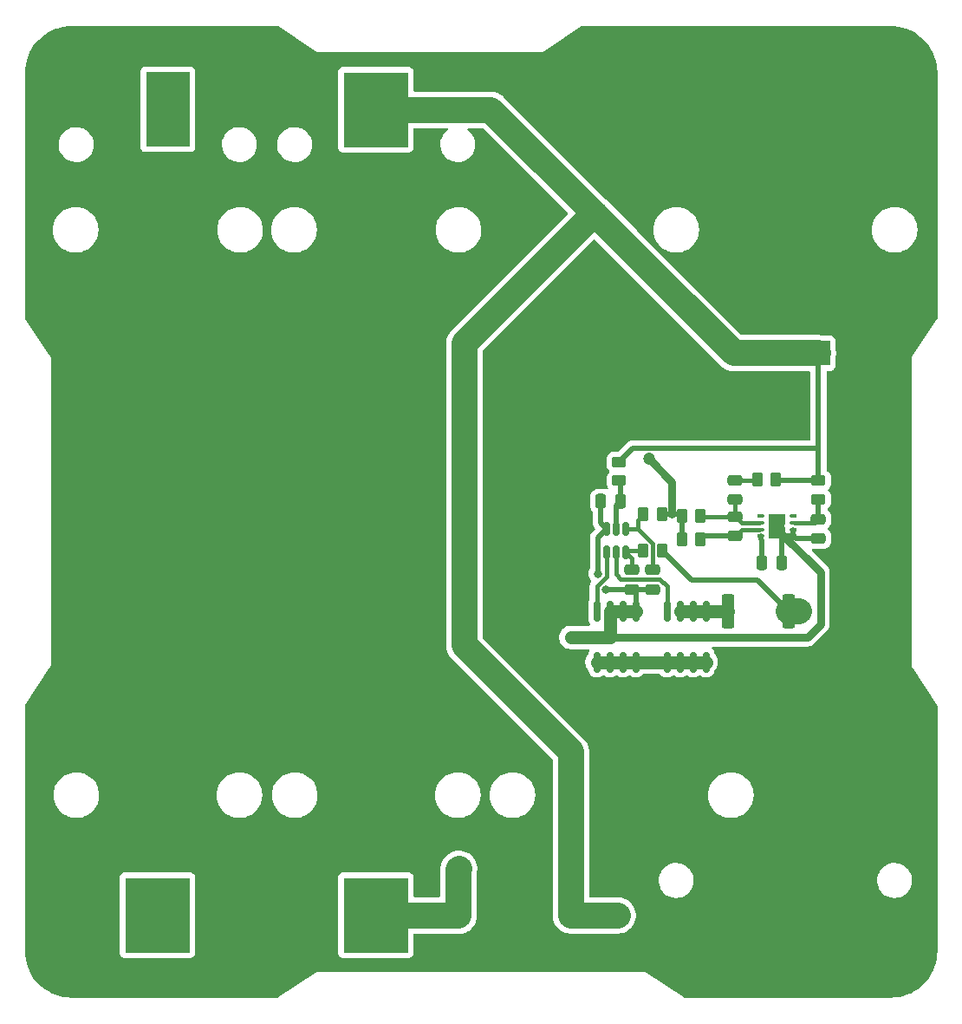
<source format=gbr>
%TF.GenerationSoftware,KiCad,Pcbnew,6.0.9*%
%TF.CreationDate,2022-12-14T22:15:18-05:00*%
%TF.ProjectId,piridium-eps,70697269-6469-4756-9d2d-6570732e6b69,rev?*%
%TF.SameCoordinates,Original*%
%TF.FileFunction,Copper,L1,Top*%
%TF.FilePolarity,Positive*%
%FSLAX46Y46*%
G04 Gerber Fmt 4.6, Leading zero omitted, Abs format (unit mm)*
G04 Created by KiCad (PCBNEW 6.0.9) date 2022-12-14 22:15:18*
%MOMM*%
%LPD*%
G01*
G04 APERTURE LIST*
G04 Aperture macros list*
%AMRoundRect*
0 Rectangle with rounded corners*
0 $1 Rounding radius*
0 $2 $3 $4 $5 $6 $7 $8 $9 X,Y pos of 4 corners*
0 Add a 4 corners polygon primitive as box body*
4,1,4,$2,$3,$4,$5,$6,$7,$8,$9,$2,$3,0*
0 Add four circle primitives for the rounded corners*
1,1,$1+$1,$2,$3*
1,1,$1+$1,$4,$5*
1,1,$1+$1,$6,$7*
1,1,$1+$1,$8,$9*
0 Add four rect primitives between the rounded corners*
20,1,$1+$1,$2,$3,$4,$5,0*
20,1,$1+$1,$4,$5,$6,$7,0*
20,1,$1+$1,$6,$7,$8,$9,0*
20,1,$1+$1,$8,$9,$2,$3,0*%
G04 Aperture macros list end*
%TA.AperFunction,ComponentPad*%
%ADD10C,5.600000*%
%TD*%
%TA.AperFunction,SMDPad,CuDef*%
%ADD11RoundRect,0.250000X0.475000X-0.250000X0.475000X0.250000X-0.475000X0.250000X-0.475000X-0.250000X0*%
%TD*%
%TA.AperFunction,SMDPad,CuDef*%
%ADD12RoundRect,0.250000X0.250000X0.475000X-0.250000X0.475000X-0.250000X-0.475000X0.250000X-0.475000X0*%
%TD*%
%TA.AperFunction,SMDPad,CuDef*%
%ADD13RoundRect,0.250000X-0.475000X0.250000X-0.475000X-0.250000X0.475000X-0.250000X0.475000X0.250000X0*%
%TD*%
%TA.AperFunction,SMDPad,CuDef*%
%ADD14RoundRect,0.150000X-0.150000X0.825000X-0.150000X-0.825000X0.150000X-0.825000X0.150000X0.825000X0*%
%TD*%
%TA.AperFunction,SMDPad,CuDef*%
%ADD15RoundRect,0.250000X-0.262500X-0.450000X0.262500X-0.450000X0.262500X0.450000X-0.262500X0.450000X0*%
%TD*%
%TA.AperFunction,SMDPad,CuDef*%
%ADD16RoundRect,0.250000X0.262500X0.450000X-0.262500X0.450000X-0.262500X-0.450000X0.262500X-0.450000X0*%
%TD*%
%TA.AperFunction,SMDPad,CuDef*%
%ADD17RoundRect,0.250000X-0.250000X-0.475000X0.250000X-0.475000X0.250000X0.475000X-0.250000X0.475000X0*%
%TD*%
%TA.AperFunction,SMDPad,CuDef*%
%ADD18R,4.318000X7.340000*%
%TD*%
%TA.AperFunction,SMDPad,CuDef*%
%ADD19R,6.350000X7.340000*%
%TD*%
%TA.AperFunction,ComponentPad*%
%ADD20R,2.400000X2.400000*%
%TD*%
%TA.AperFunction,ComponentPad*%
%ADD21C,2.400000*%
%TD*%
%TA.AperFunction,SMDPad,CuDef*%
%ADD22RoundRect,0.250000X-0.450000X0.262500X-0.450000X-0.262500X0.450000X-0.262500X0.450000X0.262500X0*%
%TD*%
%TA.AperFunction,SMDPad,CuDef*%
%ADD23RoundRect,0.250000X-0.362500X-1.425000X0.362500X-1.425000X0.362500X1.425000X-0.362500X1.425000X0*%
%TD*%
%TA.AperFunction,SMDPad,CuDef*%
%ADD24RoundRect,0.150000X0.150000X-0.512500X0.150000X0.512500X-0.150000X0.512500X-0.150000X-0.512500X0*%
%TD*%
%TA.AperFunction,SMDPad,CuDef*%
%ADD25O,0.650000X0.400000*%
%TD*%
%TA.AperFunction,SMDPad,CuDef*%
%ADD26R,0.300000X0.400000*%
%TD*%
%TA.AperFunction,SMDPad,CuDef*%
%ADD27R,0.650000X1.000000*%
%TD*%
%TA.AperFunction,ComponentPad*%
%ADD28C,0.600000*%
%TD*%
%TA.AperFunction,SMDPad,CuDef*%
%ADD29R,1.650000X2.400000*%
%TD*%
%TA.AperFunction,ViaPad*%
%ADD30C,1.200000*%
%TD*%
%TA.AperFunction,ViaPad*%
%ADD31C,0.800000*%
%TD*%
%TA.AperFunction,Conductor*%
%ADD32C,0.508000*%
%TD*%
%TA.AperFunction,Conductor*%
%ADD33C,2.540000*%
%TD*%
%TA.AperFunction,Conductor*%
%ADD34C,0.762000*%
%TD*%
%TA.AperFunction,Conductor*%
%ADD35C,1.270000*%
%TD*%
%TA.AperFunction,Conductor*%
%ADD36C,0.381000*%
%TD*%
G04 APERTURE END LIST*
D10*
%TO.P,MH1,1,1*%
%TO.N,GND*%
X110490000Y-55880000D03*
%TD*%
%TO.P,MH2,1,1*%
%TO.N,GND*%
X184150000Y-55880000D03*
%TD*%
%TO.P,MH3,1,1*%
%TO.N,GND*%
X186690000Y-141610000D03*
%TD*%
%TO.P,MH4,1,1*%
%TO.N,GND*%
X106680000Y-141610000D03*
%TD*%
D11*
%TO.P,C7,1*%
%TO.N,-BATT*%
X161417000Y-106295000D03*
%TO.P,C7,2*%
%TO.N,Net-(C7-Pad2)*%
X161417000Y-104395000D03*
%TD*%
D12*
%TO.P,C6,1*%
%TO.N,Net-(C6-Pad1)*%
X160269000Y-97725000D03*
%TO.P,C6,2*%
%TO.N,-BATT*%
X158369000Y-97725000D03*
%TD*%
D13*
%TO.P,C1,1*%
%TO.N,Net-(C1-Pad1)*%
X179646500Y-99444500D03*
%TO.P,C1,2*%
%TO.N,-BATT*%
X179646500Y-101344500D03*
%TD*%
D14*
%TO.P,Q2,1,S*%
%TO.N,Net-(Q2-Pad1)*%
X168656000Y-108458000D03*
%TO.P,Q2,2,S*%
X167386000Y-108458000D03*
%TO.P,Q2,3,S*%
X166116000Y-108458000D03*
%TO.P,Q2,4,G*%
%TO.N,Net-(Q2-Pad4)*%
X164846000Y-108458000D03*
%TO.P,Q2,5,D*%
%TO.N,Net-(Q1-Pad5)*%
X164846000Y-113408000D03*
%TO.P,Q2,6,D*%
X166116000Y-113408000D03*
%TO.P,Q2,7,D*%
X167386000Y-113408000D03*
%TO.P,Q2,8,D*%
X168656000Y-113408000D03*
%TD*%
D15*
%TO.P,R7,1*%
%TO.N,Net-(C7-Pad2)*%
X162536500Y-102551000D03*
%TO.P,R7,2*%
%TO.N,GND*%
X164361500Y-102551000D03*
%TD*%
D13*
%TO.P,C2,1*%
%TO.N,Net-(C2-Pad1)*%
X171518500Y-95634500D03*
%TO.P,C2,2*%
%TO.N,Net-(C2-Pad2)*%
X171518500Y-97534500D03*
%TD*%
D15*
%TO.P,R3,1*%
%TO.N,Net-(BT1-Pad2)*%
X166288000Y-99124500D03*
%TO.P,R3,2*%
%TO.N,Net-(C2-Pad2)*%
X168113000Y-99124500D03*
%TD*%
D16*
%TO.P,R5,1*%
%TO.N,Net-(BT1-Pad2)*%
X164361500Y-98995000D03*
%TO.P,R5,2*%
%TO.N,Net-(C5-Pad1)*%
X162536500Y-98995000D03*
%TD*%
%TO.P,R2,1*%
%TO.N,+BATT*%
X175479000Y-95568500D03*
%TO.P,R2,2*%
%TO.N,Net-(C2-Pad1)*%
X173654000Y-95568500D03*
%TD*%
D15*
%TO.P,R4,1*%
%TO.N,Net-(BT1-Pad2)*%
X166288000Y-101410500D03*
%TO.P,R4,2*%
%TO.N,Net-(C3-Pad2)*%
X168113000Y-101410500D03*
%TD*%
D17*
%TO.P,C4,1*%
%TO.N,Net-(C4-Pad1)*%
X174124500Y-103696500D03*
%TO.P,C4,2*%
%TO.N,-BATT*%
X176024500Y-103696500D03*
%TD*%
D18*
%TO.P,BT6,1,+*%
%TO.N,Net-(BT1-Pad2)*%
X116078000Y-59436000D03*
D19*
%TO.P,BT6,2,-*%
%TO.N,-BATT*%
X115062000Y-138136000D03*
%TD*%
D14*
%TO.P,Q1,1,S*%
%TO.N,-BATT*%
X161798000Y-108458000D03*
%TO.P,Q1,2,S*%
X160528000Y-108458000D03*
%TO.P,Q1,3,S*%
X159258000Y-108458000D03*
%TO.P,Q1,4,G*%
%TO.N,Net-(Q1-Pad4)*%
X157988000Y-108458000D03*
%TO.P,Q1,5,D*%
%TO.N,Net-(Q1-Pad5)*%
X157988000Y-113408000D03*
%TO.P,Q1,6,D*%
X159258000Y-113408000D03*
%TO.P,Q1,7,D*%
X160528000Y-113408000D03*
%TO.P,Q1,8,D*%
X161798000Y-113408000D03*
%TD*%
D20*
%TO.P,J1,1,Pin_1*%
%TO.N,+BATT*%
X179578000Y-83256000D03*
D21*
%TO.P,J1,2,Pin_2*%
%TO.N,GND*%
X179578000Y-79756000D03*
%TD*%
D13*
%TO.P,C3,1*%
%TO.N,Net-(C2-Pad2)*%
X171518500Y-99190500D03*
%TO.P,C3,2*%
%TO.N,Net-(C3-Pad2)*%
X171518500Y-101090500D03*
%TD*%
D22*
%TO.P,R1,1*%
%TO.N,+BATT*%
X179646500Y-95672000D03*
%TO.P,R1,2*%
%TO.N,Net-(C1-Pad1)*%
X179646500Y-97497000D03*
%TD*%
D13*
%TO.P,C5,1*%
%TO.N,Net-(C5-Pad1)*%
X163449000Y-104395000D03*
%TO.P,C5,2*%
%TO.N,-BATT*%
X163449000Y-106295000D03*
%TD*%
D19*
%TO.P,BT5,1,+*%
%TO.N,+BATT*%
X136398000Y-59476000D03*
%TO.P,BT5,2,-*%
%TO.N,Net-(BT1-Pad2)*%
X136398000Y-138136000D03*
%TD*%
D22*
%TO.P,R6,1*%
%TO.N,+BATT*%
X160147000Y-93868000D03*
%TO.P,R6,2*%
%TO.N,Net-(C6-Pad1)*%
X160147000Y-95693000D03*
%TD*%
D23*
%TO.P,R8,1*%
%TO.N,Net-(Q2-Pad1)*%
X170773500Y-108458000D03*
%TO.P,R8,2*%
%TO.N,GND*%
X176698500Y-108458000D03*
%TD*%
D24*
%TO.P,U2,1,Dout*%
%TO.N,Net-(Q1-Pad4)*%
X158943000Y-102672500D03*
%TO.P,U2,2,Cout*%
%TO.N,Net-(Q2-Pad4)*%
X159893000Y-102672500D03*
%TO.P,U2,3,V-*%
%TO.N,Net-(C7-Pad2)*%
X160843000Y-102672500D03*
%TO.P,U2,4,Vc*%
%TO.N,Net-(C5-Pad1)*%
X160843000Y-100397500D03*
%TO.P,U2,5,Vdd*%
%TO.N,Net-(C6-Pad1)*%
X159893000Y-100397500D03*
%TO.P,U2,6,Vss*%
%TO.N,-BATT*%
X158943000Y-100397500D03*
%TD*%
D25*
%TO.P,U1,1*%
%TO.N,N/C*%
X174032500Y-99165500D03*
D26*
X173832500Y-99165500D03*
D25*
%TO.P,U1,2,VC1*%
%TO.N,Net-(C2-Pad2)*%
X174032500Y-99815500D03*
D26*
X173832500Y-99815500D03*
D25*
%TO.P,U1,3,VC1_CB*%
%TO.N,Net-(C3-Pad2)*%
X174032500Y-100465500D03*
D26*
X173832500Y-100465500D03*
%TO.P,U1,4,CD*%
%TO.N,Net-(C4-Pad1)*%
X173832500Y-101115500D03*
D25*
X174032500Y-101115500D03*
%TO.P,U1,5,GND*%
%TO.N,-BATT*%
X177132500Y-101115500D03*
D26*
X177332500Y-101115500D03*
D25*
%TO.P,U1,6,~{CB_EN*%
X177132500Y-100465500D03*
D26*
X177332500Y-100465500D03*
%TO.P,U1,7,VDD*%
%TO.N,Net-(C1-Pad1)*%
X177332500Y-99815500D03*
D25*
X177132500Y-99815500D03*
%TO.P,U1,8,OUT*%
%TO.N,unconnected-(U1-Pad8)*%
X177132500Y-99165500D03*
D26*
X177332500Y-99165500D03*
D27*
%TO.P,U1,9,PGND*%
%TO.N,-BATT*%
X176032500Y-99515500D03*
D28*
X176082500Y-99390500D03*
X175082500Y-99390500D03*
D29*
X175582500Y-100140500D03*
D28*
X175082500Y-100890500D03*
D27*
X176032500Y-100765500D03*
D28*
X175582500Y-100140500D03*
D27*
X175132500Y-99515500D03*
X175132500Y-100765500D03*
D28*
X176082500Y-100890500D03*
%TD*%
D30*
%TO.N,GND*%
X177727000Y-108458000D03*
%TO.N,+BATT*%
X155448000Y-138136000D03*
X160020000Y-138136000D03*
X157734000Y-138176000D03*
%TO.N,Net-(BT1-Pad2)*%
X144486000Y-138176000D03*
X144486000Y-135930000D03*
X117201000Y-62016000D03*
X144526000Y-133604000D03*
X117201000Y-59476000D03*
X163068000Y-93578000D03*
X117201000Y-56936000D03*
%TO.N,-BATT*%
X155448000Y-110998000D03*
D31*
X158064385Y-104786385D03*
X158894615Y-106295000D03*
D30*
X115062000Y-140716000D03*
X115062000Y-138176000D03*
X115062000Y-135636000D03*
%TD*%
D32*
%TO.N,GND*%
X176698500Y-108458000D02*
X173650500Y-105410000D01*
D33*
X176698500Y-108458000D02*
X177727000Y-108458000D01*
D32*
X173650500Y-105410000D02*
X167220500Y-105410000D01*
X167220500Y-105410000D02*
X164361500Y-102551000D01*
%TO.N,+BATT*%
X179578000Y-83256000D02*
X179646500Y-83324500D01*
D33*
X160020000Y-138136000D02*
X155448000Y-138136000D01*
X171394000Y-83256000D02*
X147614000Y-59476000D01*
D32*
X161490500Y-92524500D02*
X179646500Y-92524500D01*
D33*
X147614000Y-59476000D02*
X136398000Y-59476000D01*
D32*
X179646500Y-95672000D02*
X175582500Y-95672000D01*
D33*
X179578000Y-83256000D02*
X171394000Y-83256000D01*
D32*
X179646500Y-83324500D02*
X179646500Y-92524500D01*
X160147000Y-93868000D02*
X161490500Y-92524500D01*
D33*
X155448000Y-122174000D02*
X145034000Y-111760000D01*
D32*
X179646500Y-95672000D02*
X179646500Y-92524500D01*
D33*
X145034000Y-82296000D02*
X157734000Y-69596000D01*
D32*
X175582500Y-95672000D02*
X175479000Y-95568500D01*
D33*
X145034000Y-111760000D02*
X145034000Y-82296000D01*
X155448000Y-138136000D02*
X155448000Y-122174000D01*
D32*
%TO.N,Net-(BT1-Pad2)*%
X166158500Y-98995000D02*
X166288000Y-99124500D01*
D33*
X144486000Y-138176000D02*
X144486000Y-133644000D01*
D32*
X166288000Y-101410500D02*
X166288000Y-99124500D01*
D34*
X165289000Y-95799000D02*
X165289000Y-98995000D01*
D33*
X144486000Y-133644000D02*
X144526000Y-133604000D01*
X144486000Y-135930000D02*
X144486000Y-138136000D01*
D32*
X165289000Y-98995000D02*
X166158500Y-98995000D01*
D33*
X144486000Y-138136000D02*
X136398000Y-138136000D01*
D32*
X164361500Y-98995000D02*
X165289000Y-98995000D01*
D34*
X163068000Y-93578000D02*
X165289000Y-95799000D01*
%TO.N,-BATT*%
X179832000Y-104648000D02*
X175582500Y-100398500D01*
D32*
X161798000Y-106676000D02*
X161417000Y-106295000D01*
D34*
X159258000Y-110998000D02*
X178562000Y-110998000D01*
D32*
X177361500Y-101344500D02*
X177132500Y-101115500D01*
D35*
X159258000Y-108458000D02*
X161798000Y-108458000D01*
D32*
X158894615Y-106295000D02*
X161417000Y-106295000D01*
D35*
X155448000Y-110998000D02*
X159258000Y-110998000D01*
X159258000Y-110998000D02*
X159258000Y-108458000D01*
D32*
X177132500Y-101115500D02*
X177132500Y-100469500D01*
X158369000Y-97725000D02*
X158369000Y-99823500D01*
X177132500Y-101115500D02*
X176307500Y-101115500D01*
X176024500Y-100948500D02*
X176082500Y-100890500D01*
X158064385Y-101276115D02*
X158943000Y-100397500D01*
X161798000Y-108458000D02*
X161798000Y-106676000D01*
D34*
X178562000Y-110998000D02*
X179832000Y-109728000D01*
D32*
X179646500Y-101344500D02*
X177361500Y-101344500D01*
X158064385Y-104786385D02*
X158064385Y-101276115D01*
X161417000Y-106295000D02*
X163449000Y-106295000D01*
X158369000Y-99823500D02*
X158943000Y-100397500D01*
D34*
X175582500Y-100398500D02*
X175582500Y-100140500D01*
D33*
X115062000Y-138136000D02*
X115102000Y-138176000D01*
D32*
X176024500Y-103696500D02*
X176024500Y-100948500D01*
D34*
X179832000Y-109728000D02*
X179832000Y-104648000D01*
D32*
X176307500Y-101115500D02*
X176082500Y-100890500D01*
D36*
%TO.N,Net-(C1-Pad1)*%
X177332500Y-99815500D02*
X179275500Y-99815500D01*
D32*
X179646500Y-97497000D02*
X179646500Y-99444500D01*
D36*
X179275500Y-99815500D02*
X179646500Y-99444500D01*
%TO.N,Net-(C2-Pad1)*%
X171518500Y-95634500D02*
X173588000Y-95634500D01*
X173588000Y-95634500D02*
X173654000Y-95568500D01*
%TO.N,Net-(C2-Pad2)*%
X171518500Y-97534500D02*
X171518500Y-99190500D01*
X172143500Y-99815500D02*
X171518500Y-99190500D01*
X168179000Y-99190500D02*
X168113000Y-99124500D01*
X173832500Y-99815500D02*
X172143500Y-99815500D01*
X171518500Y-99190500D02*
X168179000Y-99190500D01*
%TO.N,Net-(C3-Pad2)*%
X173832500Y-100465500D02*
X172143500Y-100465500D01*
D32*
X171518500Y-101090500D02*
X168433000Y-101090500D01*
D36*
X172143500Y-100465500D02*
X171518500Y-101090500D01*
D32*
X168433000Y-101090500D02*
X168113000Y-101410500D01*
%TO.N,Net-(C4-Pad1)*%
X174124500Y-103696500D02*
X174124500Y-101480500D01*
X174124500Y-101480500D02*
X174032500Y-101388500D01*
X174032500Y-101388500D02*
X174032500Y-101119500D01*
D36*
%TO.N,Net-(C5-Pad1)*%
X162001304Y-100397500D02*
X160843000Y-100397500D01*
X163449000Y-104395000D02*
X163449000Y-101845196D01*
X163449000Y-101845196D02*
X162001304Y-100397500D01*
X162001304Y-100397500D02*
X162001304Y-99530196D01*
X162001304Y-99530196D02*
X162536500Y-98995000D01*
D32*
%TO.N,Net-(C6-Pad1)*%
X159893000Y-98101000D02*
X160269000Y-97725000D01*
X160269000Y-95815000D02*
X160147000Y-95693000D01*
X160269000Y-97725000D02*
X160269000Y-95815000D01*
X159893000Y-100397500D02*
X159893000Y-98101000D01*
D36*
%TO.N,Net-(C7-Pad2)*%
X162536500Y-102551000D02*
X160964500Y-102551000D01*
X161417000Y-103246500D02*
X160843000Y-102672500D01*
X161417000Y-104395000D02*
X161417000Y-103246500D01*
X160964500Y-102551000D02*
X160843000Y-102672500D01*
D35*
%TO.N,Net-(Q2-Pad1)*%
X166116000Y-108458000D02*
X168656000Y-108458000D01*
X168656000Y-108458000D02*
X170773500Y-108458000D01*
D36*
%TO.N,Net-(Q1-Pad4)*%
X158943000Y-102672500D02*
X158943000Y-105025000D01*
X158943000Y-105025000D02*
X157988000Y-105980000D01*
X157988000Y-105980000D02*
X157988000Y-108458000D01*
D35*
%TO.N,Net-(Q1-Pad5)*%
X168656000Y-113408000D02*
X157988000Y-113408000D01*
D36*
%TO.N,Net-(Q2-Pad4)*%
X159893000Y-104837000D02*
X159893000Y-102672500D01*
X164151500Y-105285500D02*
X160341500Y-105285500D01*
X164846000Y-105980000D02*
X164151500Y-105285500D01*
X160341500Y-105285500D02*
X159893000Y-104837000D01*
X164846000Y-108458000D02*
X164846000Y-105980000D01*
%TD*%
%TA.AperFunction,Conductor*%
%TO.N,GND*%
G36*
X126877781Y-51329662D02*
G01*
X130491876Y-53739058D01*
X130505391Y-53749454D01*
X130527951Y-53769378D01*
X130543129Y-53776504D01*
X130591874Y-53799390D01*
X130592648Y-53799757D01*
X130597874Y-53802254D01*
X130656459Y-53830248D01*
X130658205Y-53830532D01*
X130659800Y-53831281D01*
X130717357Y-53840243D01*
X130729610Y-53842151D01*
X130730455Y-53842286D01*
X130791367Y-53852195D01*
X130791369Y-53852195D01*
X130800227Y-53853636D01*
X130809133Y-53852533D01*
X130809360Y-53852505D01*
X130833987Y-53849455D01*
X130849474Y-53848500D01*
X152483668Y-53848500D01*
X152500681Y-53849654D01*
X152521602Y-53852505D01*
X152521603Y-53852505D01*
X152530497Y-53853717D01*
X152600381Y-53843223D01*
X152601163Y-53843108D01*
X152671187Y-53833080D01*
X152672798Y-53832348D01*
X152674540Y-53832086D01*
X152738819Y-53802331D01*
X152739098Y-53802202D01*
X152803782Y-53772792D01*
X152829557Y-53750583D01*
X152841907Y-53741203D01*
X156459219Y-51329662D01*
X156529111Y-51308500D01*
X186640633Y-51308500D01*
X186660018Y-51310000D01*
X186674851Y-51312310D01*
X186674855Y-51312310D01*
X186683724Y-51313691D01*
X186704183Y-51311016D01*
X186726008Y-51310072D01*
X187082937Y-51325656D01*
X187093886Y-51326614D01*
X187478379Y-51377233D01*
X187489205Y-51379142D01*
X187867822Y-51463080D01*
X187878439Y-51465925D01*
X188048702Y-51519608D01*
X188248302Y-51582542D01*
X188258615Y-51586295D01*
X188616932Y-51734715D01*
X188626876Y-51739353D01*
X188970867Y-51918423D01*
X188980387Y-51923919D01*
X189307468Y-52132292D01*
X189316472Y-52138597D01*
X189624138Y-52374678D01*
X189632558Y-52381743D01*
X189918483Y-52643744D01*
X189926256Y-52651517D01*
X190188257Y-52937442D01*
X190195322Y-52945862D01*
X190431403Y-53253528D01*
X190437708Y-53262532D01*
X190646081Y-53589613D01*
X190651576Y-53599132D01*
X190781887Y-53849455D01*
X190830643Y-53943115D01*
X190835289Y-53953077D01*
X190983702Y-54311377D01*
X190987461Y-54321706D01*
X191104075Y-54691561D01*
X191106920Y-54702178D01*
X191190858Y-55080795D01*
X191192767Y-55091621D01*
X191243386Y-55476114D01*
X191244344Y-55487063D01*
X191253796Y-55703540D01*
X191259603Y-55836552D01*
X191258223Y-55861429D01*
X191256309Y-55873724D01*
X191257473Y-55882626D01*
X191257473Y-55882628D01*
X191260436Y-55905283D01*
X191261500Y-55921621D01*
X191261500Y-79817889D01*
X191240338Y-79887781D01*
X188830942Y-83501876D01*
X188820546Y-83515391D01*
X188800622Y-83537951D01*
X188796808Y-83546075D01*
X188770610Y-83601874D01*
X188770243Y-83602648D01*
X188767489Y-83608412D01*
X188739752Y-83666459D01*
X188739468Y-83668205D01*
X188738719Y-83669800D01*
X188736477Y-83684202D01*
X188727849Y-83739610D01*
X188727714Y-83740455D01*
X188722528Y-83772337D01*
X188716364Y-83810227D01*
X188717467Y-83819133D01*
X188720545Y-83843988D01*
X188721500Y-83859474D01*
X188721500Y-113626668D01*
X188720346Y-113643681D01*
X188716283Y-113673497D01*
X188725393Y-113734163D01*
X188726773Y-113743353D01*
X188726892Y-113744163D01*
X188736920Y-113814187D01*
X188737652Y-113815798D01*
X188737914Y-113817540D01*
X188767669Y-113881819D01*
X188767798Y-113882098D01*
X188797208Y-113946782D01*
X188807545Y-113958778D01*
X188819414Y-113972553D01*
X188828797Y-113984907D01*
X191240338Y-117602219D01*
X191261500Y-117672111D01*
X191261500Y-141560633D01*
X191260000Y-141580018D01*
X191257690Y-141594851D01*
X191257690Y-141594855D01*
X191256309Y-141603724D01*
X191258984Y-141624183D01*
X191259928Y-141646012D01*
X191244344Y-142002936D01*
X191243386Y-142013886D01*
X191192767Y-142398379D01*
X191190858Y-142409205D01*
X191106920Y-142787822D01*
X191104075Y-142798439D01*
X190987461Y-143168294D01*
X190983702Y-143178623D01*
X190835289Y-143536923D01*
X190830647Y-143546876D01*
X190726886Y-143746200D01*
X190651577Y-143890867D01*
X190646081Y-143900387D01*
X190437708Y-144227468D01*
X190431403Y-144236472D01*
X190195322Y-144544138D01*
X190188257Y-144552558D01*
X189926256Y-144838483D01*
X189918483Y-144846256D01*
X189632558Y-145108257D01*
X189624138Y-145115322D01*
X189316472Y-145351403D01*
X189307468Y-145357708D01*
X188980387Y-145566081D01*
X188970868Y-145571576D01*
X188626876Y-145750647D01*
X188616932Y-145755285D01*
X188258615Y-145903705D01*
X188248302Y-145907458D01*
X188048702Y-145970392D01*
X187878439Y-146024075D01*
X187867822Y-146026920D01*
X187489205Y-146110858D01*
X187478379Y-146112767D01*
X187093886Y-146163386D01*
X187082937Y-146164344D01*
X186733446Y-146179603D01*
X186708571Y-146178223D01*
X186696276Y-146176309D01*
X186687374Y-146177473D01*
X186687372Y-146177473D01*
X186672323Y-146179441D01*
X186664714Y-146180436D01*
X186648379Y-146181500D01*
X166562111Y-146181500D01*
X166492219Y-146160338D01*
X162878124Y-143750942D01*
X162864609Y-143740546D01*
X162848778Y-143726565D01*
X162842049Y-143720622D01*
X162778097Y-143690596D01*
X162777352Y-143690243D01*
X162721215Y-143663419D01*
X162713541Y-143659752D01*
X162711795Y-143659468D01*
X162710200Y-143658719D01*
X162652643Y-143649757D01*
X162640390Y-143647849D01*
X162639545Y-143647714D01*
X162578633Y-143637805D01*
X162578631Y-143637805D01*
X162569773Y-143636364D01*
X162547504Y-143639122D01*
X162536012Y-143640545D01*
X162520526Y-143641500D01*
X130853332Y-143641500D01*
X130836319Y-143640346D01*
X130815398Y-143637495D01*
X130815397Y-143637495D01*
X130806503Y-143636283D01*
X130736619Y-143646777D01*
X130735837Y-143646892D01*
X130665813Y-143656920D01*
X130664202Y-143657652D01*
X130662460Y-143657914D01*
X130598181Y-143687669D01*
X130597902Y-143687798D01*
X130533218Y-143717208D01*
X130526421Y-143723065D01*
X130507447Y-143739414D01*
X130495093Y-143748797D01*
X126877781Y-146160338D01*
X126807889Y-146181500D01*
X106729367Y-146181500D01*
X106709982Y-146180000D01*
X106695149Y-146177690D01*
X106695145Y-146177690D01*
X106686276Y-146176309D01*
X106665817Y-146178984D01*
X106643992Y-146179928D01*
X106287063Y-146164344D01*
X106276114Y-146163386D01*
X105891621Y-146112767D01*
X105880795Y-146110858D01*
X105502178Y-146026920D01*
X105491561Y-146024075D01*
X105321298Y-145970392D01*
X105121698Y-145907458D01*
X105111385Y-145903705D01*
X104753068Y-145755285D01*
X104743124Y-145750647D01*
X104399132Y-145571576D01*
X104389613Y-145566081D01*
X104062532Y-145357708D01*
X104053528Y-145351403D01*
X103745862Y-145115322D01*
X103737442Y-145108257D01*
X103451517Y-144846256D01*
X103443744Y-144838483D01*
X103181743Y-144552558D01*
X103174678Y-144544138D01*
X102938597Y-144236472D01*
X102932292Y-144227468D01*
X102723919Y-143900387D01*
X102718423Y-143890867D01*
X102643114Y-143746200D01*
X102539353Y-143546876D01*
X102534711Y-143536923D01*
X102386298Y-143178623D01*
X102382539Y-143168294D01*
X102265925Y-142798439D01*
X102263080Y-142787822D01*
X102179142Y-142409205D01*
X102177233Y-142398379D01*
X102126614Y-142013886D01*
X102125656Y-142002936D01*
X102119159Y-141854134D01*
X111378500Y-141854134D01*
X111385255Y-141916316D01*
X111436385Y-142052705D01*
X111523739Y-142169261D01*
X111640295Y-142256615D01*
X111776684Y-142307745D01*
X111838866Y-142314500D01*
X118285134Y-142314500D01*
X118347316Y-142307745D01*
X118483705Y-142256615D01*
X118600261Y-142169261D01*
X118687615Y-142052705D01*
X118738745Y-141916316D01*
X118745500Y-141854134D01*
X132714500Y-141854134D01*
X132721255Y-141916316D01*
X132772385Y-142052705D01*
X132859739Y-142169261D01*
X132976295Y-142256615D01*
X133112684Y-142307745D01*
X133174866Y-142314500D01*
X139621134Y-142314500D01*
X139683316Y-142307745D01*
X139819705Y-142256615D01*
X139936261Y-142169261D01*
X140023615Y-142052705D01*
X140074745Y-141916316D01*
X140081500Y-141854134D01*
X140081500Y-140040500D01*
X140101502Y-139972379D01*
X140155158Y-139925886D01*
X140207500Y-139914500D01*
X144085806Y-139914500D01*
X144106059Y-139916138D01*
X144325947Y-139951949D01*
X144325948Y-139951949D01*
X144330559Y-139952700D01*
X144462719Y-139954430D01*
X144590202Y-139956099D01*
X144590205Y-139956099D01*
X144594879Y-139956160D01*
X144856808Y-139920514D01*
X144861298Y-139919205D01*
X144861304Y-139919204D01*
X144969268Y-139887735D01*
X145110590Y-139846543D01*
X145114837Y-139844585D01*
X145114840Y-139844584D01*
X145230977Y-139791044D01*
X145350652Y-139735873D01*
X145451067Y-139670038D01*
X145567805Y-139593501D01*
X145567810Y-139593497D01*
X145571718Y-139590935D01*
X145670325Y-139502925D01*
X145765441Y-139418031D01*
X145765443Y-139418029D01*
X145768933Y-139414914D01*
X145937964Y-139211676D01*
X146075099Y-138985686D01*
X146138341Y-138834871D01*
X146175514Y-138746224D01*
X146175516Y-138746219D01*
X146177323Y-138741909D01*
X146187175Y-138703119D01*
X146241240Y-138490236D01*
X146241241Y-138490233D01*
X146242392Y-138485699D01*
X146260357Y-138307285D01*
X146261362Y-138299656D01*
X146261948Y-138296056D01*
X146262700Y-138291441D01*
X146262761Y-138286766D01*
X146262965Y-138284440D01*
X146263363Y-138277440D01*
X146264183Y-138269289D01*
X146264500Y-138266144D01*
X146264500Y-138154742D01*
X146264511Y-138153093D01*
X146266099Y-138031798D01*
X146266099Y-138031795D01*
X146266160Y-138027121D01*
X146265529Y-138022486D01*
X146265244Y-138017823D01*
X146265274Y-138017821D01*
X146264500Y-138006391D01*
X146264500Y-134005994D01*
X146268937Y-133972851D01*
X146270525Y-133967029D01*
X146276720Y-133944305D01*
X146281362Y-133905090D01*
X146307241Y-133686431D01*
X146307790Y-133681795D01*
X146300720Y-133450361D01*
X146299861Y-133422253D01*
X146299861Y-133422252D01*
X146299718Y-133417575D01*
X146276006Y-133286450D01*
X146253511Y-133162049D01*
X146253510Y-133162044D01*
X146252679Y-133157450D01*
X146191831Y-132978196D01*
X146169213Y-132911566D01*
X146169212Y-132911563D01*
X146167709Y-132907136D01*
X146046673Y-132672131D01*
X145892230Y-132457596D01*
X145707774Y-132268247D01*
X145497357Y-132108241D01*
X145265601Y-131981096D01*
X145017596Y-131889602D01*
X144758792Y-131835771D01*
X144626833Y-131828278D01*
X144499550Y-131821050D01*
X144499543Y-131821050D01*
X144494874Y-131820785D01*
X144275055Y-131840984D01*
X144236297Y-131844545D01*
X144236296Y-131844545D01*
X144231640Y-131844973D01*
X143974872Y-131907803D01*
X143730212Y-132007896D01*
X143503034Y-132143053D01*
X143499420Y-132146006D01*
X143499414Y-132146010D01*
X143393251Y-132232749D01*
X143332152Y-132282669D01*
X143267647Y-132347174D01*
X143262453Y-132352082D01*
X143203067Y-132405086D01*
X143200074Y-132408685D01*
X143129205Y-132493896D01*
X143127784Y-132495575D01*
X143055380Y-132579603D01*
X143055377Y-132579607D01*
X143052332Y-132583141D01*
X143049838Y-132587094D01*
X143048413Y-132589352D01*
X143038731Y-132602678D01*
X143037029Y-132604725D01*
X143034036Y-132608324D01*
X143031613Y-132612317D01*
X142974071Y-132707142D01*
X142972914Y-132709011D01*
X142911275Y-132806704D01*
X142909392Y-132810983D01*
X142909389Y-132810989D01*
X142908322Y-132813414D01*
X142900716Y-132828027D01*
X142896901Y-132834314D01*
X142895094Y-132838622D01*
X142895094Y-132838623D01*
X142852201Y-132940910D01*
X142851333Y-132942930D01*
X142811883Y-133032588D01*
X142804811Y-133048660D01*
X142803582Y-133053169D01*
X142803580Y-133053174D01*
X142802882Y-133055735D01*
X142797517Y-133071320D01*
X142794677Y-133078091D01*
X142766217Y-133190152D01*
X142765687Y-133192166D01*
X142735281Y-133303694D01*
X142734733Y-133308325D01*
X142734730Y-133308340D01*
X142734417Y-133310987D01*
X142731415Y-133327186D01*
X142729608Y-133334301D01*
X142718027Y-133449304D01*
X142717801Y-133451372D01*
X142704210Y-133566205D01*
X142704353Y-133570876D01*
X142707441Y-133671952D01*
X142707500Y-133675800D01*
X142707500Y-136231500D01*
X142687498Y-136299621D01*
X142633842Y-136346114D01*
X142581500Y-136357500D01*
X140207500Y-136357500D01*
X140139379Y-136337498D01*
X140092886Y-136283842D01*
X140081500Y-136231500D01*
X140081500Y-134417866D01*
X140074745Y-134355684D01*
X140023615Y-134219295D01*
X139936261Y-134102739D01*
X139819705Y-134015385D01*
X139683316Y-133964255D01*
X139621134Y-133957500D01*
X133174866Y-133957500D01*
X133112684Y-133964255D01*
X132976295Y-134015385D01*
X132859739Y-134102739D01*
X132772385Y-134219295D01*
X132721255Y-134355684D01*
X132714500Y-134417866D01*
X132714500Y-141854134D01*
X118745500Y-141854134D01*
X118745500Y-134417866D01*
X118738745Y-134355684D01*
X118687615Y-134219295D01*
X118600261Y-134102739D01*
X118483705Y-134015385D01*
X118347316Y-133964255D01*
X118285134Y-133957500D01*
X111838866Y-133957500D01*
X111776684Y-133964255D01*
X111640295Y-134015385D01*
X111523739Y-134102739D01*
X111436385Y-134219295D01*
X111385255Y-134355684D01*
X111378500Y-134417866D01*
X111378500Y-141854134D01*
X102119159Y-141854134D01*
X102110561Y-141657208D01*
X102112188Y-141630805D01*
X102112769Y-141627352D01*
X102112770Y-141627345D01*
X102113576Y-141622552D01*
X102113729Y-141610000D01*
X102109773Y-141582376D01*
X102108500Y-141564514D01*
X102108500Y-126452880D01*
X104893992Y-126452880D01*
X104894355Y-126457028D01*
X104894355Y-126457032D01*
X104919487Y-126744293D01*
X104919488Y-126744301D01*
X104919852Y-126748459D01*
X104984577Y-127038021D01*
X104986019Y-127041941D01*
X104986021Y-127041947D01*
X105056619Y-127233827D01*
X105087029Y-127316480D01*
X105225410Y-127578942D01*
X105397288Y-127820797D01*
X105599642Y-128037796D01*
X105828918Y-128226125D01*
X106081088Y-128382477D01*
X106351722Y-128504105D01*
X106524390Y-128555580D01*
X106632065Y-128587679D01*
X106632067Y-128587679D01*
X106636064Y-128588871D01*
X106640184Y-128589524D01*
X106640186Y-128589524D01*
X106759106Y-128608359D01*
X106929119Y-128635286D01*
X106974146Y-128637331D01*
X107020497Y-128639436D01*
X107020516Y-128639436D01*
X107021916Y-128639500D01*
X107207264Y-128639500D01*
X107428056Y-128624835D01*
X107718910Y-128566188D01*
X107999453Y-128469590D01*
X108003196Y-128467716D01*
X108003200Y-128467714D01*
X108261012Y-128338611D01*
X108261014Y-128338610D01*
X108264756Y-128336736D01*
X108510158Y-128169961D01*
X108731346Y-127972196D01*
X108924436Y-127746914D01*
X108926711Y-127743411D01*
X109083763Y-127501572D01*
X109083765Y-127501569D01*
X109086035Y-127498073D01*
X109213304Y-127230046D01*
X109273696Y-127041947D01*
X109302726Y-126951530D01*
X109302727Y-126951524D01*
X109304006Y-126947542D01*
X109339091Y-126752548D01*
X109355809Y-126659632D01*
X109355810Y-126659627D01*
X109356548Y-126655523D01*
X109365751Y-126452880D01*
X120823992Y-126452880D01*
X120824355Y-126457028D01*
X120824355Y-126457032D01*
X120849487Y-126744293D01*
X120849488Y-126744301D01*
X120849852Y-126748459D01*
X120914577Y-127038021D01*
X120916019Y-127041941D01*
X120916021Y-127041947D01*
X120986619Y-127233827D01*
X121017029Y-127316480D01*
X121155410Y-127578942D01*
X121327288Y-127820797D01*
X121529642Y-128037796D01*
X121758918Y-128226125D01*
X122011088Y-128382477D01*
X122281722Y-128504105D01*
X122454390Y-128555580D01*
X122562065Y-128587679D01*
X122562067Y-128587679D01*
X122566064Y-128588871D01*
X122570184Y-128589524D01*
X122570186Y-128589524D01*
X122689106Y-128608359D01*
X122859119Y-128635286D01*
X122904146Y-128637331D01*
X122950497Y-128639436D01*
X122950516Y-128639436D01*
X122951916Y-128639500D01*
X123137264Y-128639500D01*
X123358056Y-128624835D01*
X123648910Y-128566188D01*
X123929453Y-128469590D01*
X123933196Y-128467716D01*
X123933200Y-128467714D01*
X124191012Y-128338611D01*
X124191014Y-128338610D01*
X124194756Y-128336736D01*
X124440158Y-128169961D01*
X124661346Y-127972196D01*
X124854436Y-127746914D01*
X124856711Y-127743411D01*
X125013763Y-127501572D01*
X125013765Y-127501569D01*
X125016035Y-127498073D01*
X125143304Y-127230046D01*
X125203696Y-127041947D01*
X125232726Y-126951530D01*
X125232727Y-126951524D01*
X125234006Y-126947542D01*
X125269091Y-126752548D01*
X125285809Y-126659632D01*
X125285810Y-126659627D01*
X125286548Y-126655523D01*
X125295751Y-126452880D01*
X126229992Y-126452880D01*
X126230355Y-126457028D01*
X126230355Y-126457032D01*
X126255487Y-126744293D01*
X126255488Y-126744301D01*
X126255852Y-126748459D01*
X126320577Y-127038021D01*
X126322019Y-127041941D01*
X126322021Y-127041947D01*
X126392619Y-127233827D01*
X126423029Y-127316480D01*
X126561410Y-127578942D01*
X126733288Y-127820797D01*
X126935642Y-128037796D01*
X127164918Y-128226125D01*
X127417088Y-128382477D01*
X127687722Y-128504105D01*
X127860390Y-128555580D01*
X127968065Y-128587679D01*
X127968067Y-128587679D01*
X127972064Y-128588871D01*
X127976184Y-128589524D01*
X127976186Y-128589524D01*
X128095106Y-128608359D01*
X128265119Y-128635286D01*
X128310146Y-128637331D01*
X128356497Y-128639436D01*
X128356516Y-128639436D01*
X128357916Y-128639500D01*
X128543264Y-128639500D01*
X128764056Y-128624835D01*
X129054910Y-128566188D01*
X129335453Y-128469590D01*
X129339196Y-128467716D01*
X129339200Y-128467714D01*
X129597012Y-128338611D01*
X129597014Y-128338610D01*
X129600756Y-128336736D01*
X129846158Y-128169961D01*
X130067346Y-127972196D01*
X130260436Y-127746914D01*
X130262711Y-127743411D01*
X130419763Y-127501572D01*
X130419765Y-127501569D01*
X130422035Y-127498073D01*
X130549304Y-127230046D01*
X130609696Y-127041947D01*
X130638726Y-126951530D01*
X130638727Y-126951524D01*
X130640006Y-126947542D01*
X130675091Y-126752548D01*
X130691809Y-126659632D01*
X130691810Y-126659627D01*
X130692548Y-126655523D01*
X130701751Y-126452880D01*
X142159992Y-126452880D01*
X142160355Y-126457028D01*
X142160355Y-126457032D01*
X142185487Y-126744293D01*
X142185488Y-126744301D01*
X142185852Y-126748459D01*
X142250577Y-127038021D01*
X142252019Y-127041941D01*
X142252021Y-127041947D01*
X142322619Y-127233827D01*
X142353029Y-127316480D01*
X142491410Y-127578942D01*
X142663288Y-127820797D01*
X142865642Y-128037796D01*
X143094918Y-128226125D01*
X143347088Y-128382477D01*
X143617722Y-128504105D01*
X143790390Y-128555580D01*
X143898065Y-128587679D01*
X143898067Y-128587679D01*
X143902064Y-128588871D01*
X143906184Y-128589524D01*
X143906186Y-128589524D01*
X144025106Y-128608359D01*
X144195119Y-128635286D01*
X144240146Y-128637331D01*
X144286497Y-128639436D01*
X144286516Y-128639436D01*
X144287916Y-128639500D01*
X144473264Y-128639500D01*
X144694056Y-128624835D01*
X144984910Y-128566188D01*
X145265453Y-128469590D01*
X145269196Y-128467716D01*
X145269200Y-128467714D01*
X145527012Y-128338611D01*
X145527014Y-128338610D01*
X145530756Y-128336736D01*
X145776158Y-128169961D01*
X145997346Y-127972196D01*
X146190436Y-127746914D01*
X146192711Y-127743411D01*
X146349763Y-127501572D01*
X146349765Y-127501569D01*
X146352035Y-127498073D01*
X146479304Y-127230046D01*
X146539696Y-127041947D01*
X146568726Y-126951530D01*
X146568727Y-126951524D01*
X146570006Y-126947542D01*
X146605091Y-126752548D01*
X146621809Y-126659632D01*
X146621810Y-126659627D01*
X146622548Y-126655523D01*
X146631751Y-126452880D01*
X147495992Y-126452880D01*
X147496355Y-126457028D01*
X147496355Y-126457032D01*
X147521487Y-126744293D01*
X147521488Y-126744301D01*
X147521852Y-126748459D01*
X147586577Y-127038021D01*
X147588019Y-127041941D01*
X147588021Y-127041947D01*
X147658619Y-127233827D01*
X147689029Y-127316480D01*
X147827410Y-127578942D01*
X147999288Y-127820797D01*
X148201642Y-128037796D01*
X148430918Y-128226125D01*
X148683088Y-128382477D01*
X148953722Y-128504105D01*
X149126390Y-128555580D01*
X149234065Y-128587679D01*
X149234067Y-128587679D01*
X149238064Y-128588871D01*
X149242184Y-128589524D01*
X149242186Y-128589524D01*
X149361106Y-128608359D01*
X149531119Y-128635286D01*
X149576146Y-128637331D01*
X149622497Y-128639436D01*
X149622516Y-128639436D01*
X149623916Y-128639500D01*
X149809264Y-128639500D01*
X150030056Y-128624835D01*
X150320910Y-128566188D01*
X150601453Y-128469590D01*
X150605196Y-128467716D01*
X150605200Y-128467714D01*
X150863012Y-128338611D01*
X150863014Y-128338610D01*
X150866756Y-128336736D01*
X151112158Y-128169961D01*
X151333346Y-127972196D01*
X151526436Y-127746914D01*
X151528711Y-127743411D01*
X151685763Y-127501572D01*
X151685765Y-127501569D01*
X151688035Y-127498073D01*
X151815304Y-127230046D01*
X151875696Y-127041947D01*
X151904726Y-126951530D01*
X151904727Y-126951524D01*
X151906006Y-126947542D01*
X151941091Y-126752548D01*
X151957809Y-126659632D01*
X151957810Y-126659627D01*
X151958548Y-126655523D01*
X151967751Y-126452880D01*
X151971819Y-126363290D01*
X151971819Y-126363285D01*
X151972008Y-126359120D01*
X151971645Y-126354968D01*
X151946513Y-126067707D01*
X151946512Y-126067699D01*
X151946148Y-126063541D01*
X151881423Y-125773979D01*
X151810773Y-125581954D01*
X151780418Y-125499452D01*
X151780416Y-125499448D01*
X151778971Y-125495520D01*
X151640590Y-125233058D01*
X151468712Y-124991203D01*
X151266358Y-124774204D01*
X151037082Y-124585875D01*
X150784912Y-124429523D01*
X150514278Y-124307895D01*
X150341610Y-124256420D01*
X150233935Y-124224321D01*
X150233933Y-124224321D01*
X150229936Y-124223129D01*
X150225816Y-124222476D01*
X150225814Y-124222476D01*
X150106894Y-124203641D01*
X149936881Y-124176714D01*
X149891854Y-124174669D01*
X149845503Y-124172564D01*
X149845484Y-124172564D01*
X149844084Y-124172500D01*
X149658736Y-124172500D01*
X149437944Y-124187165D01*
X149147090Y-124245812D01*
X148866547Y-124342410D01*
X148862804Y-124344284D01*
X148862800Y-124344286D01*
X148688179Y-124431730D01*
X148601244Y-124475264D01*
X148355842Y-124642039D01*
X148134654Y-124839804D01*
X147941564Y-125065086D01*
X147939290Y-125068588D01*
X147939289Y-125068589D01*
X147834698Y-125229646D01*
X147779965Y-125313927D01*
X147652696Y-125581954D01*
X147651417Y-125585937D01*
X147651416Y-125585940D01*
X147591044Y-125773979D01*
X147561994Y-125864458D01*
X147561253Y-125868577D01*
X147526174Y-126063541D01*
X147509452Y-126156477D01*
X147509263Y-126160644D01*
X147509262Y-126160651D01*
X147500060Y-126363290D01*
X147495992Y-126452880D01*
X146631751Y-126452880D01*
X146635819Y-126363290D01*
X146635819Y-126363285D01*
X146636008Y-126359120D01*
X146635645Y-126354968D01*
X146610513Y-126067707D01*
X146610512Y-126067699D01*
X146610148Y-126063541D01*
X146545423Y-125773979D01*
X146474773Y-125581954D01*
X146444418Y-125499452D01*
X146444416Y-125499448D01*
X146442971Y-125495520D01*
X146304590Y-125233058D01*
X146132712Y-124991203D01*
X145930358Y-124774204D01*
X145701082Y-124585875D01*
X145448912Y-124429523D01*
X145178278Y-124307895D01*
X145005610Y-124256420D01*
X144897935Y-124224321D01*
X144897933Y-124224321D01*
X144893936Y-124223129D01*
X144889816Y-124222476D01*
X144889814Y-124222476D01*
X144770894Y-124203641D01*
X144600881Y-124176714D01*
X144555854Y-124174669D01*
X144509503Y-124172564D01*
X144509484Y-124172564D01*
X144508084Y-124172500D01*
X144322736Y-124172500D01*
X144101944Y-124187165D01*
X143811090Y-124245812D01*
X143530547Y-124342410D01*
X143526804Y-124344284D01*
X143526800Y-124344286D01*
X143352179Y-124431730D01*
X143265244Y-124475264D01*
X143019842Y-124642039D01*
X142798654Y-124839804D01*
X142605564Y-125065086D01*
X142603290Y-125068588D01*
X142603289Y-125068589D01*
X142498698Y-125229646D01*
X142443965Y-125313927D01*
X142316696Y-125581954D01*
X142315417Y-125585937D01*
X142315416Y-125585940D01*
X142255044Y-125773979D01*
X142225994Y-125864458D01*
X142225253Y-125868577D01*
X142190174Y-126063541D01*
X142173452Y-126156477D01*
X142173263Y-126160644D01*
X142173262Y-126160651D01*
X142164060Y-126363290D01*
X142159992Y-126452880D01*
X130701751Y-126452880D01*
X130705819Y-126363290D01*
X130705819Y-126363285D01*
X130706008Y-126359120D01*
X130705645Y-126354968D01*
X130680513Y-126067707D01*
X130680512Y-126067699D01*
X130680148Y-126063541D01*
X130615423Y-125773979D01*
X130544773Y-125581954D01*
X130514418Y-125499452D01*
X130514416Y-125499448D01*
X130512971Y-125495520D01*
X130374590Y-125233058D01*
X130202712Y-124991203D01*
X130000358Y-124774204D01*
X129771082Y-124585875D01*
X129518912Y-124429523D01*
X129248278Y-124307895D01*
X129075610Y-124256420D01*
X128967935Y-124224321D01*
X128967933Y-124224321D01*
X128963936Y-124223129D01*
X128959816Y-124222476D01*
X128959814Y-124222476D01*
X128840894Y-124203641D01*
X128670881Y-124176714D01*
X128625854Y-124174669D01*
X128579503Y-124172564D01*
X128579484Y-124172564D01*
X128578084Y-124172500D01*
X128392736Y-124172500D01*
X128171944Y-124187165D01*
X127881090Y-124245812D01*
X127600547Y-124342410D01*
X127596804Y-124344284D01*
X127596800Y-124344286D01*
X127422179Y-124431730D01*
X127335244Y-124475264D01*
X127089842Y-124642039D01*
X126868654Y-124839804D01*
X126675564Y-125065086D01*
X126673290Y-125068588D01*
X126673289Y-125068589D01*
X126568698Y-125229646D01*
X126513965Y-125313927D01*
X126386696Y-125581954D01*
X126385417Y-125585937D01*
X126385416Y-125585940D01*
X126325044Y-125773979D01*
X126295994Y-125864458D01*
X126295253Y-125868577D01*
X126260174Y-126063541D01*
X126243452Y-126156477D01*
X126243263Y-126160644D01*
X126243262Y-126160651D01*
X126234060Y-126363290D01*
X126229992Y-126452880D01*
X125295751Y-126452880D01*
X125299819Y-126363290D01*
X125299819Y-126363285D01*
X125300008Y-126359120D01*
X125299645Y-126354968D01*
X125274513Y-126067707D01*
X125274512Y-126067699D01*
X125274148Y-126063541D01*
X125209423Y-125773979D01*
X125138773Y-125581954D01*
X125108418Y-125499452D01*
X125108416Y-125499448D01*
X125106971Y-125495520D01*
X124968590Y-125233058D01*
X124796712Y-124991203D01*
X124594358Y-124774204D01*
X124365082Y-124585875D01*
X124112912Y-124429523D01*
X123842278Y-124307895D01*
X123669610Y-124256420D01*
X123561935Y-124224321D01*
X123561933Y-124224321D01*
X123557936Y-124223129D01*
X123553816Y-124222476D01*
X123553814Y-124222476D01*
X123434894Y-124203641D01*
X123264881Y-124176714D01*
X123219854Y-124174669D01*
X123173503Y-124172564D01*
X123173484Y-124172564D01*
X123172084Y-124172500D01*
X122986736Y-124172500D01*
X122765944Y-124187165D01*
X122475090Y-124245812D01*
X122194547Y-124342410D01*
X122190804Y-124344284D01*
X122190800Y-124344286D01*
X122016179Y-124431730D01*
X121929244Y-124475264D01*
X121683842Y-124642039D01*
X121462654Y-124839804D01*
X121269564Y-125065086D01*
X121267290Y-125068588D01*
X121267289Y-125068589D01*
X121162698Y-125229646D01*
X121107965Y-125313927D01*
X120980696Y-125581954D01*
X120979417Y-125585937D01*
X120979416Y-125585940D01*
X120919044Y-125773979D01*
X120889994Y-125864458D01*
X120889253Y-125868577D01*
X120854174Y-126063541D01*
X120837452Y-126156477D01*
X120837263Y-126160644D01*
X120837262Y-126160651D01*
X120828060Y-126363290D01*
X120823992Y-126452880D01*
X109365751Y-126452880D01*
X109369819Y-126363290D01*
X109369819Y-126363285D01*
X109370008Y-126359120D01*
X109369645Y-126354968D01*
X109344513Y-126067707D01*
X109344512Y-126067699D01*
X109344148Y-126063541D01*
X109279423Y-125773979D01*
X109208773Y-125581954D01*
X109178418Y-125499452D01*
X109178416Y-125499448D01*
X109176971Y-125495520D01*
X109038590Y-125233058D01*
X108866712Y-124991203D01*
X108664358Y-124774204D01*
X108435082Y-124585875D01*
X108182912Y-124429523D01*
X107912278Y-124307895D01*
X107739610Y-124256420D01*
X107631935Y-124224321D01*
X107631933Y-124224321D01*
X107627936Y-124223129D01*
X107623816Y-124222476D01*
X107623814Y-124222476D01*
X107504894Y-124203641D01*
X107334881Y-124176714D01*
X107289854Y-124174669D01*
X107243503Y-124172564D01*
X107243484Y-124172564D01*
X107242084Y-124172500D01*
X107056736Y-124172500D01*
X106835944Y-124187165D01*
X106545090Y-124245812D01*
X106264547Y-124342410D01*
X106260804Y-124344284D01*
X106260800Y-124344286D01*
X106086179Y-124431730D01*
X105999244Y-124475264D01*
X105753842Y-124642039D01*
X105532654Y-124839804D01*
X105339564Y-125065086D01*
X105337290Y-125068588D01*
X105337289Y-125068589D01*
X105232698Y-125229646D01*
X105177965Y-125313927D01*
X105050696Y-125581954D01*
X105049417Y-125585937D01*
X105049416Y-125585940D01*
X104989044Y-125773979D01*
X104959994Y-125864458D01*
X104959253Y-125868577D01*
X104924174Y-126063541D01*
X104907452Y-126156477D01*
X104907263Y-126160644D01*
X104907262Y-126160651D01*
X104898060Y-126363290D01*
X104893992Y-126452880D01*
X102108500Y-126452880D01*
X102108500Y-117672111D01*
X102129662Y-117602219D01*
X104539058Y-113988124D01*
X104549454Y-113974609D01*
X104563435Y-113958778D01*
X104569378Y-113952049D01*
X104599404Y-113888097D01*
X104599757Y-113887352D01*
X104626581Y-113831215D01*
X104630248Y-113823541D01*
X104630532Y-113821795D01*
X104631281Y-113820200D01*
X104642151Y-113750390D01*
X104642286Y-113749545D01*
X104652195Y-113688633D01*
X104652195Y-113688631D01*
X104653636Y-113679773D01*
X104649455Y-113646012D01*
X104648500Y-113630526D01*
X104648500Y-83863332D01*
X104649654Y-83846319D01*
X104652505Y-83825398D01*
X104652505Y-83825397D01*
X104653717Y-83816503D01*
X104643223Y-83746619D01*
X104643103Y-83745799D01*
X104634281Y-83684202D01*
X104633080Y-83675813D01*
X104632348Y-83674202D01*
X104632086Y-83672460D01*
X104602331Y-83608181D01*
X104602202Y-83607902D01*
X104572792Y-83543218D01*
X104550583Y-83517443D01*
X104541203Y-83505093D01*
X102129662Y-79887781D01*
X102108500Y-79817889D01*
X102108500Y-71252880D01*
X104823992Y-71252880D01*
X104824355Y-71257028D01*
X104824355Y-71257032D01*
X104849487Y-71544293D01*
X104849488Y-71544301D01*
X104849852Y-71548459D01*
X104914577Y-71838021D01*
X104916019Y-71841941D01*
X104916021Y-71841947D01*
X105015582Y-72112548D01*
X105017029Y-72116480D01*
X105018980Y-72120180D01*
X105018982Y-72120185D01*
X105110784Y-72294302D01*
X105155410Y-72378942D01*
X105327288Y-72620797D01*
X105529642Y-72837796D01*
X105758918Y-73026125D01*
X106011088Y-73182477D01*
X106281722Y-73304105D01*
X106454390Y-73355580D01*
X106562065Y-73387679D01*
X106562067Y-73387679D01*
X106566064Y-73388871D01*
X106570184Y-73389524D01*
X106570186Y-73389524D01*
X106689106Y-73408359D01*
X106859119Y-73435286D01*
X106904146Y-73437331D01*
X106950497Y-73439436D01*
X106950516Y-73439436D01*
X106951916Y-73439500D01*
X107137264Y-73439500D01*
X107358056Y-73424835D01*
X107648910Y-73366188D01*
X107929453Y-73269590D01*
X107933196Y-73267716D01*
X107933200Y-73267714D01*
X108191012Y-73138611D01*
X108191014Y-73138610D01*
X108194756Y-73136736D01*
X108440158Y-72969961D01*
X108661346Y-72772196D01*
X108854436Y-72546914D01*
X108856711Y-72543411D01*
X109013763Y-72301572D01*
X109013765Y-72301569D01*
X109016035Y-72298073D01*
X109143304Y-72030046D01*
X109203696Y-71841947D01*
X109232726Y-71751530D01*
X109232727Y-71751524D01*
X109234006Y-71747542D01*
X109269091Y-71552548D01*
X109285809Y-71459632D01*
X109285810Y-71459627D01*
X109286548Y-71455523D01*
X109295751Y-71252880D01*
X120893992Y-71252880D01*
X120894355Y-71257028D01*
X120894355Y-71257032D01*
X120919487Y-71544293D01*
X120919488Y-71544301D01*
X120919852Y-71548459D01*
X120984577Y-71838021D01*
X120986019Y-71841941D01*
X120986021Y-71841947D01*
X121085582Y-72112548D01*
X121087029Y-72116480D01*
X121088980Y-72120180D01*
X121088982Y-72120185D01*
X121180784Y-72294302D01*
X121225410Y-72378942D01*
X121397288Y-72620797D01*
X121599642Y-72837796D01*
X121828918Y-73026125D01*
X122081088Y-73182477D01*
X122351722Y-73304105D01*
X122524390Y-73355580D01*
X122632065Y-73387679D01*
X122632067Y-73387679D01*
X122636064Y-73388871D01*
X122640184Y-73389524D01*
X122640186Y-73389524D01*
X122759106Y-73408359D01*
X122929119Y-73435286D01*
X122974146Y-73437331D01*
X123020497Y-73439436D01*
X123020516Y-73439436D01*
X123021916Y-73439500D01*
X123207264Y-73439500D01*
X123428056Y-73424835D01*
X123718910Y-73366188D01*
X123999453Y-73269590D01*
X124003196Y-73267716D01*
X124003200Y-73267714D01*
X124261012Y-73138611D01*
X124261014Y-73138610D01*
X124264756Y-73136736D01*
X124510158Y-72969961D01*
X124731346Y-72772196D01*
X124924436Y-72546914D01*
X124926711Y-72543411D01*
X125083763Y-72301572D01*
X125083765Y-72301569D01*
X125086035Y-72298073D01*
X125213304Y-72030046D01*
X125273696Y-71841947D01*
X125302726Y-71751530D01*
X125302727Y-71751524D01*
X125304006Y-71747542D01*
X125339091Y-71552548D01*
X125355809Y-71459632D01*
X125355810Y-71459627D01*
X125356548Y-71455523D01*
X125365751Y-71252880D01*
X126159992Y-71252880D01*
X126160355Y-71257028D01*
X126160355Y-71257032D01*
X126185487Y-71544293D01*
X126185488Y-71544301D01*
X126185852Y-71548459D01*
X126250577Y-71838021D01*
X126252019Y-71841941D01*
X126252021Y-71841947D01*
X126351582Y-72112548D01*
X126353029Y-72116480D01*
X126354980Y-72120180D01*
X126354982Y-72120185D01*
X126446784Y-72294302D01*
X126491410Y-72378942D01*
X126663288Y-72620797D01*
X126865642Y-72837796D01*
X127094918Y-73026125D01*
X127347088Y-73182477D01*
X127617722Y-73304105D01*
X127790390Y-73355580D01*
X127898065Y-73387679D01*
X127898067Y-73387679D01*
X127902064Y-73388871D01*
X127906184Y-73389524D01*
X127906186Y-73389524D01*
X128025106Y-73408359D01*
X128195119Y-73435286D01*
X128240146Y-73437331D01*
X128286497Y-73439436D01*
X128286516Y-73439436D01*
X128287916Y-73439500D01*
X128473264Y-73439500D01*
X128694056Y-73424835D01*
X128984910Y-73366188D01*
X129265453Y-73269590D01*
X129269196Y-73267716D01*
X129269200Y-73267714D01*
X129527012Y-73138611D01*
X129527014Y-73138610D01*
X129530756Y-73136736D01*
X129776158Y-72969961D01*
X129997346Y-72772196D01*
X130190436Y-72546914D01*
X130192711Y-72543411D01*
X130349763Y-72301572D01*
X130349765Y-72301569D01*
X130352035Y-72298073D01*
X130479304Y-72030046D01*
X130539696Y-71841947D01*
X130568726Y-71751530D01*
X130568727Y-71751524D01*
X130570006Y-71747542D01*
X130605091Y-71552548D01*
X130621809Y-71459632D01*
X130621810Y-71459627D01*
X130622548Y-71455523D01*
X130631751Y-71252880D01*
X142229992Y-71252880D01*
X142230355Y-71257028D01*
X142230355Y-71257032D01*
X142255487Y-71544293D01*
X142255488Y-71544301D01*
X142255852Y-71548459D01*
X142320577Y-71838021D01*
X142322019Y-71841941D01*
X142322021Y-71841947D01*
X142421582Y-72112548D01*
X142423029Y-72116480D01*
X142424980Y-72120180D01*
X142424982Y-72120185D01*
X142516784Y-72294302D01*
X142561410Y-72378942D01*
X142733288Y-72620797D01*
X142935642Y-72837796D01*
X143164918Y-73026125D01*
X143417088Y-73182477D01*
X143687722Y-73304105D01*
X143860390Y-73355580D01*
X143968065Y-73387679D01*
X143968067Y-73387679D01*
X143972064Y-73388871D01*
X143976184Y-73389524D01*
X143976186Y-73389524D01*
X144095106Y-73408359D01*
X144265119Y-73435286D01*
X144310146Y-73437331D01*
X144356497Y-73439436D01*
X144356516Y-73439436D01*
X144357916Y-73439500D01*
X144543264Y-73439500D01*
X144764056Y-73424835D01*
X145054910Y-73366188D01*
X145335453Y-73269590D01*
X145339196Y-73267716D01*
X145339200Y-73267714D01*
X145597012Y-73138611D01*
X145597014Y-73138610D01*
X145600756Y-73136736D01*
X145846158Y-72969961D01*
X146067346Y-72772196D01*
X146260436Y-72546914D01*
X146262711Y-72543411D01*
X146419763Y-72301572D01*
X146419765Y-72301569D01*
X146422035Y-72298073D01*
X146549304Y-72030046D01*
X146609696Y-71841947D01*
X146638726Y-71751530D01*
X146638727Y-71751524D01*
X146640006Y-71747542D01*
X146675091Y-71552548D01*
X146691809Y-71459632D01*
X146691810Y-71459627D01*
X146692548Y-71455523D01*
X146701751Y-71252880D01*
X146705819Y-71163290D01*
X146705819Y-71163285D01*
X146706008Y-71159120D01*
X146705645Y-71154968D01*
X146680513Y-70867707D01*
X146680512Y-70867699D01*
X146680148Y-70863541D01*
X146615423Y-70573979D01*
X146544773Y-70381954D01*
X146514418Y-70299452D01*
X146514416Y-70299448D01*
X146512971Y-70295520D01*
X146374590Y-70033058D01*
X146202712Y-69791203D01*
X146000358Y-69574204D01*
X145771082Y-69385875D01*
X145518912Y-69229523D01*
X145248278Y-69107895D01*
X145075610Y-69056420D01*
X144967935Y-69024321D01*
X144967933Y-69024321D01*
X144963936Y-69023129D01*
X144959816Y-69022476D01*
X144959814Y-69022476D01*
X144840894Y-69003641D01*
X144670881Y-68976714D01*
X144625854Y-68974669D01*
X144579503Y-68972564D01*
X144579484Y-68972564D01*
X144578084Y-68972500D01*
X144392736Y-68972500D01*
X144171944Y-68987165D01*
X143881090Y-69045812D01*
X143600547Y-69142410D01*
X143596804Y-69144284D01*
X143596800Y-69144286D01*
X143422179Y-69231730D01*
X143335244Y-69275264D01*
X143089842Y-69442039D01*
X142868654Y-69639804D01*
X142675564Y-69865086D01*
X142673290Y-69868588D01*
X142673289Y-69868589D01*
X142568698Y-70029646D01*
X142513965Y-70113927D01*
X142386696Y-70381954D01*
X142385417Y-70385937D01*
X142385416Y-70385940D01*
X142325044Y-70573979D01*
X142295994Y-70664458D01*
X142295253Y-70668577D01*
X142260174Y-70863541D01*
X142243452Y-70956477D01*
X142243263Y-70960644D01*
X142243262Y-70960651D01*
X142234060Y-71163290D01*
X142229992Y-71252880D01*
X130631751Y-71252880D01*
X130635819Y-71163290D01*
X130635819Y-71163285D01*
X130636008Y-71159120D01*
X130635645Y-71154968D01*
X130610513Y-70867707D01*
X130610512Y-70867699D01*
X130610148Y-70863541D01*
X130545423Y-70573979D01*
X130474773Y-70381954D01*
X130444418Y-70299452D01*
X130444416Y-70299448D01*
X130442971Y-70295520D01*
X130304590Y-70033058D01*
X130132712Y-69791203D01*
X129930358Y-69574204D01*
X129701082Y-69385875D01*
X129448912Y-69229523D01*
X129178278Y-69107895D01*
X129005610Y-69056420D01*
X128897935Y-69024321D01*
X128897933Y-69024321D01*
X128893936Y-69023129D01*
X128889816Y-69022476D01*
X128889814Y-69022476D01*
X128770894Y-69003641D01*
X128600881Y-68976714D01*
X128555854Y-68974669D01*
X128509503Y-68972564D01*
X128509484Y-68972564D01*
X128508084Y-68972500D01*
X128322736Y-68972500D01*
X128101944Y-68987165D01*
X127811090Y-69045812D01*
X127530547Y-69142410D01*
X127526804Y-69144284D01*
X127526800Y-69144286D01*
X127352179Y-69231730D01*
X127265244Y-69275264D01*
X127019842Y-69442039D01*
X126798654Y-69639804D01*
X126605564Y-69865086D01*
X126603290Y-69868588D01*
X126603289Y-69868589D01*
X126498698Y-70029646D01*
X126443965Y-70113927D01*
X126316696Y-70381954D01*
X126315417Y-70385937D01*
X126315416Y-70385940D01*
X126255044Y-70573979D01*
X126225994Y-70664458D01*
X126225253Y-70668577D01*
X126190174Y-70863541D01*
X126173452Y-70956477D01*
X126173263Y-70960644D01*
X126173262Y-70960651D01*
X126164060Y-71163290D01*
X126159992Y-71252880D01*
X125365751Y-71252880D01*
X125369819Y-71163290D01*
X125369819Y-71163285D01*
X125370008Y-71159120D01*
X125369645Y-71154968D01*
X125344513Y-70867707D01*
X125344512Y-70867699D01*
X125344148Y-70863541D01*
X125279423Y-70573979D01*
X125208773Y-70381954D01*
X125178418Y-70299452D01*
X125178416Y-70299448D01*
X125176971Y-70295520D01*
X125038590Y-70033058D01*
X124866712Y-69791203D01*
X124664358Y-69574204D01*
X124435082Y-69385875D01*
X124182912Y-69229523D01*
X123912278Y-69107895D01*
X123739610Y-69056420D01*
X123631935Y-69024321D01*
X123631933Y-69024321D01*
X123627936Y-69023129D01*
X123623816Y-69022476D01*
X123623814Y-69022476D01*
X123504894Y-69003641D01*
X123334881Y-68976714D01*
X123289854Y-68974669D01*
X123243503Y-68972564D01*
X123243484Y-68972564D01*
X123242084Y-68972500D01*
X123056736Y-68972500D01*
X122835944Y-68987165D01*
X122545090Y-69045812D01*
X122264547Y-69142410D01*
X122260804Y-69144284D01*
X122260800Y-69144286D01*
X122086179Y-69231730D01*
X121999244Y-69275264D01*
X121753842Y-69442039D01*
X121532654Y-69639804D01*
X121339564Y-69865086D01*
X121337290Y-69868588D01*
X121337289Y-69868589D01*
X121232698Y-70029646D01*
X121177965Y-70113927D01*
X121050696Y-70381954D01*
X121049417Y-70385937D01*
X121049416Y-70385940D01*
X120989044Y-70573979D01*
X120959994Y-70664458D01*
X120959253Y-70668577D01*
X120924174Y-70863541D01*
X120907452Y-70956477D01*
X120907263Y-70960644D01*
X120907262Y-70960651D01*
X120898060Y-71163290D01*
X120893992Y-71252880D01*
X109295751Y-71252880D01*
X109299819Y-71163290D01*
X109299819Y-71163285D01*
X109300008Y-71159120D01*
X109299645Y-71154968D01*
X109274513Y-70867707D01*
X109274512Y-70867699D01*
X109274148Y-70863541D01*
X109209423Y-70573979D01*
X109138773Y-70381954D01*
X109108418Y-70299452D01*
X109108416Y-70299448D01*
X109106971Y-70295520D01*
X108968590Y-70033058D01*
X108796712Y-69791203D01*
X108594358Y-69574204D01*
X108365082Y-69385875D01*
X108112912Y-69229523D01*
X107842278Y-69107895D01*
X107669610Y-69056420D01*
X107561935Y-69024321D01*
X107561933Y-69024321D01*
X107557936Y-69023129D01*
X107553816Y-69022476D01*
X107553814Y-69022476D01*
X107434894Y-69003641D01*
X107264881Y-68976714D01*
X107219854Y-68974669D01*
X107173503Y-68972564D01*
X107173484Y-68972564D01*
X107172084Y-68972500D01*
X106986736Y-68972500D01*
X106765944Y-68987165D01*
X106475090Y-69045812D01*
X106194547Y-69142410D01*
X106190804Y-69144284D01*
X106190800Y-69144286D01*
X106016179Y-69231730D01*
X105929244Y-69275264D01*
X105683842Y-69442039D01*
X105462654Y-69639804D01*
X105269564Y-69865086D01*
X105267290Y-69868588D01*
X105267289Y-69868589D01*
X105162698Y-70029646D01*
X105107965Y-70113927D01*
X104980696Y-70381954D01*
X104979417Y-70385937D01*
X104979416Y-70385940D01*
X104919044Y-70573979D01*
X104889994Y-70664458D01*
X104889253Y-70668577D01*
X104854174Y-70863541D01*
X104837452Y-70956477D01*
X104837263Y-70960644D01*
X104837262Y-70960651D01*
X104828060Y-71163290D01*
X104823992Y-71252880D01*
X102108500Y-71252880D01*
X102108500Y-62786583D01*
X105425828Y-62786583D01*
X105431935Y-63045689D01*
X105432769Y-63050394D01*
X105470575Y-63263715D01*
X105477163Y-63300890D01*
X105560473Y-63546313D01*
X105562674Y-63550549D01*
X105562676Y-63550555D01*
X105613606Y-63648598D01*
X105679947Y-63776311D01*
X105832837Y-63985590D01*
X105836209Y-63988980D01*
X105836211Y-63988982D01*
X106012248Y-64165945D01*
X106012253Y-64165949D01*
X106015622Y-64169336D01*
X106224099Y-64323319D01*
X106228337Y-64325549D01*
X106228339Y-64325550D01*
X106449232Y-64441768D01*
X106449239Y-64441771D01*
X106453468Y-64443996D01*
X106457984Y-64445555D01*
X106457990Y-64445558D01*
X106584565Y-64489264D01*
X106698451Y-64528590D01*
X106816193Y-64550093D01*
X106949441Y-64574429D01*
X106949445Y-64574429D01*
X106953412Y-64575154D01*
X107036342Y-64579500D01*
X107197903Y-64579500D01*
X107200282Y-64579319D01*
X107200283Y-64579319D01*
X107385664Y-64565218D01*
X107385669Y-64565217D01*
X107390431Y-64564855D01*
X107395084Y-64563776D01*
X107395087Y-64563776D01*
X107638251Y-64507413D01*
X107638250Y-64507413D01*
X107642915Y-64506332D01*
X107883642Y-64410292D01*
X108107072Y-64278944D01*
X108110783Y-64275923D01*
X108110787Y-64275920D01*
X108304351Y-64118334D01*
X108308063Y-64115312D01*
X108311272Y-64111767D01*
X108311277Y-64111762D01*
X108478774Y-63926713D01*
X108481990Y-63923160D01*
X108624851Y-63706910D01*
X108649013Y-63654500D01*
X108731352Y-63475892D01*
X108731353Y-63475889D01*
X108733358Y-63471540D01*
X108793148Y-63263715D01*
X108803694Y-63227058D01*
X108803695Y-63227053D01*
X108805015Y-63222465D01*
X108805809Y-63216316D01*
X108813830Y-63154134D01*
X113410500Y-63154134D01*
X113417255Y-63216316D01*
X113468385Y-63352705D01*
X113555739Y-63469261D01*
X113672295Y-63556615D01*
X113808684Y-63607745D01*
X113870866Y-63614500D01*
X118285134Y-63614500D01*
X118347316Y-63607745D01*
X118483705Y-63556615D01*
X118600261Y-63469261D01*
X118687615Y-63352705D01*
X118738745Y-63216316D01*
X118745500Y-63154134D01*
X118745500Y-62786583D01*
X121355828Y-62786583D01*
X121361935Y-63045689D01*
X121362769Y-63050394D01*
X121400575Y-63263715D01*
X121407163Y-63300890D01*
X121490473Y-63546313D01*
X121492674Y-63550549D01*
X121492676Y-63550555D01*
X121543606Y-63648598D01*
X121609947Y-63776311D01*
X121762837Y-63985590D01*
X121766209Y-63988980D01*
X121766211Y-63988982D01*
X121942248Y-64165945D01*
X121942253Y-64165949D01*
X121945622Y-64169336D01*
X122154099Y-64323319D01*
X122158337Y-64325549D01*
X122158339Y-64325550D01*
X122379232Y-64441768D01*
X122379239Y-64441771D01*
X122383468Y-64443996D01*
X122387984Y-64445555D01*
X122387990Y-64445558D01*
X122514565Y-64489264D01*
X122628451Y-64528590D01*
X122746193Y-64550093D01*
X122879441Y-64574429D01*
X122879445Y-64574429D01*
X122883412Y-64575154D01*
X122966342Y-64579500D01*
X123127903Y-64579500D01*
X123130282Y-64579319D01*
X123130283Y-64579319D01*
X123315664Y-64565218D01*
X123315669Y-64565217D01*
X123320431Y-64564855D01*
X123325084Y-64563776D01*
X123325087Y-64563776D01*
X123568251Y-64507413D01*
X123568250Y-64507413D01*
X123572915Y-64506332D01*
X123813642Y-64410292D01*
X124037072Y-64278944D01*
X124040783Y-64275923D01*
X124040787Y-64275920D01*
X124234351Y-64118334D01*
X124238063Y-64115312D01*
X124241272Y-64111767D01*
X124241277Y-64111762D01*
X124408774Y-63926713D01*
X124411990Y-63923160D01*
X124554851Y-63706910D01*
X124579013Y-63654500D01*
X124661352Y-63475892D01*
X124661353Y-63475889D01*
X124663358Y-63471540D01*
X124723148Y-63263715D01*
X124733694Y-63227058D01*
X124733695Y-63227053D01*
X124735015Y-63222465D01*
X124735809Y-63216316D01*
X124767561Y-62970154D01*
X124768172Y-62965417D01*
X124763957Y-62786583D01*
X126761828Y-62786583D01*
X126767935Y-63045689D01*
X126768769Y-63050394D01*
X126806575Y-63263715D01*
X126813163Y-63300890D01*
X126896473Y-63546313D01*
X126898674Y-63550549D01*
X126898676Y-63550555D01*
X126949606Y-63648598D01*
X127015947Y-63776311D01*
X127168837Y-63985590D01*
X127172209Y-63988980D01*
X127172211Y-63988982D01*
X127348248Y-64165945D01*
X127348253Y-64165949D01*
X127351622Y-64169336D01*
X127560099Y-64323319D01*
X127564337Y-64325549D01*
X127564339Y-64325550D01*
X127785232Y-64441768D01*
X127785239Y-64441771D01*
X127789468Y-64443996D01*
X127793984Y-64445555D01*
X127793990Y-64445558D01*
X127920565Y-64489264D01*
X128034451Y-64528590D01*
X128152193Y-64550093D01*
X128285441Y-64574429D01*
X128285445Y-64574429D01*
X128289412Y-64575154D01*
X128372342Y-64579500D01*
X128533903Y-64579500D01*
X128536282Y-64579319D01*
X128536283Y-64579319D01*
X128721664Y-64565218D01*
X128721669Y-64565217D01*
X128726431Y-64564855D01*
X128731084Y-64563776D01*
X128731087Y-64563776D01*
X128974251Y-64507413D01*
X128974250Y-64507413D01*
X128978915Y-64506332D01*
X129219642Y-64410292D01*
X129443072Y-64278944D01*
X129446783Y-64275923D01*
X129446787Y-64275920D01*
X129640351Y-64118334D01*
X129644063Y-64115312D01*
X129647272Y-64111767D01*
X129647277Y-64111762D01*
X129814774Y-63926713D01*
X129817990Y-63923160D01*
X129960851Y-63706910D01*
X129985013Y-63654500D01*
X130067352Y-63475892D01*
X130067353Y-63475889D01*
X130069358Y-63471540D01*
X130129148Y-63263715D01*
X130139694Y-63227058D01*
X130139695Y-63227053D01*
X130141015Y-63222465D01*
X130141809Y-63216316D01*
X130144670Y-63194134D01*
X132714500Y-63194134D01*
X132721255Y-63256316D01*
X132772385Y-63392705D01*
X132859739Y-63509261D01*
X132976295Y-63596615D01*
X133112684Y-63647745D01*
X133174866Y-63654500D01*
X139621134Y-63654500D01*
X139683316Y-63647745D01*
X139819705Y-63596615D01*
X139936261Y-63509261D01*
X140023615Y-63392705D01*
X140074745Y-63256316D01*
X140081500Y-63194134D01*
X140081500Y-61380500D01*
X140101502Y-61312379D01*
X140155158Y-61265886D01*
X140207500Y-61254500D01*
X143337044Y-61254500D01*
X143405165Y-61274502D01*
X143451658Y-61328158D01*
X143461762Y-61398432D01*
X143432268Y-61463012D01*
X143416596Y-61478211D01*
X143221937Y-61636688D01*
X143218728Y-61640233D01*
X143218723Y-61640238D01*
X143101021Y-61770274D01*
X143048010Y-61828840D01*
X142905149Y-62045090D01*
X142903148Y-62049430D01*
X142903146Y-62049434D01*
X142829025Y-62210215D01*
X142796642Y-62280460D01*
X142724985Y-62529535D01*
X142691828Y-62786583D01*
X142697935Y-63045689D01*
X142698769Y-63050394D01*
X142736575Y-63263715D01*
X142743163Y-63300890D01*
X142826473Y-63546313D01*
X142828674Y-63550549D01*
X142828676Y-63550555D01*
X142879606Y-63648598D01*
X142945947Y-63776311D01*
X143098837Y-63985590D01*
X143102209Y-63988980D01*
X143102211Y-63988982D01*
X143278248Y-64165945D01*
X143278253Y-64165949D01*
X143281622Y-64169336D01*
X143490099Y-64323319D01*
X143494337Y-64325549D01*
X143494339Y-64325550D01*
X143715232Y-64441768D01*
X143715239Y-64441771D01*
X143719468Y-64443996D01*
X143723984Y-64445555D01*
X143723990Y-64445558D01*
X143850565Y-64489264D01*
X143964451Y-64528590D01*
X144082193Y-64550093D01*
X144215441Y-64574429D01*
X144215445Y-64574429D01*
X144219412Y-64575154D01*
X144302342Y-64579500D01*
X144463903Y-64579500D01*
X144466282Y-64579319D01*
X144466283Y-64579319D01*
X144651664Y-64565218D01*
X144651669Y-64565217D01*
X144656431Y-64564855D01*
X144661084Y-64563776D01*
X144661087Y-64563776D01*
X144904251Y-64507413D01*
X144904250Y-64507413D01*
X144908915Y-64506332D01*
X145149642Y-64410292D01*
X145373072Y-64278944D01*
X145376783Y-64275923D01*
X145376787Y-64275920D01*
X145570351Y-64118334D01*
X145574063Y-64115312D01*
X145577272Y-64111767D01*
X145577277Y-64111762D01*
X145744774Y-63926713D01*
X145747990Y-63923160D01*
X145890851Y-63706910D01*
X145915013Y-63654500D01*
X145997352Y-63475892D01*
X145997353Y-63475889D01*
X145999358Y-63471540D01*
X146059148Y-63263715D01*
X146069694Y-63227058D01*
X146069695Y-63227053D01*
X146071015Y-63222465D01*
X146071809Y-63216316D01*
X146103561Y-62970154D01*
X146104172Y-62965417D01*
X146098065Y-62706311D01*
X146052837Y-62451110D01*
X145969527Y-62205687D01*
X145967326Y-62201451D01*
X145967324Y-62201445D01*
X145886104Y-62045090D01*
X145850053Y-61975689D01*
X145697163Y-61766410D01*
X145571651Y-61640238D01*
X145517752Y-61586055D01*
X145517747Y-61586051D01*
X145514378Y-61582664D01*
X145377888Y-61481851D01*
X145334977Y-61425290D01*
X145329457Y-61354509D01*
X145363081Y-61291979D01*
X145425173Y-61257554D01*
X145452747Y-61254500D01*
X146825131Y-61254500D01*
X146893252Y-61274502D01*
X146914226Y-61291405D01*
X155129726Y-69506905D01*
X155163752Y-69569217D01*
X155158687Y-69640032D01*
X155129726Y-69685095D01*
X143815647Y-80999174D01*
X143810453Y-81004082D01*
X143751067Y-81057086D01*
X143748074Y-81060685D01*
X143677205Y-81145896D01*
X143675784Y-81147575D01*
X143603380Y-81231603D01*
X143603377Y-81231607D01*
X143600332Y-81235141D01*
X143597838Y-81239094D01*
X143596413Y-81241352D01*
X143586731Y-81254678D01*
X143585029Y-81256725D01*
X143582036Y-81260324D01*
X143579613Y-81264317D01*
X143522071Y-81359142D01*
X143520914Y-81361011D01*
X143459275Y-81458704D01*
X143457392Y-81462983D01*
X143457389Y-81462989D01*
X143456322Y-81465414D01*
X143448716Y-81480027D01*
X143444901Y-81486314D01*
X143443094Y-81490622D01*
X143443094Y-81490623D01*
X143400201Y-81592910D01*
X143399333Y-81594930D01*
X143352811Y-81700660D01*
X143351582Y-81705169D01*
X143351580Y-81705174D01*
X143350882Y-81707735D01*
X143345517Y-81723320D01*
X143342677Y-81730091D01*
X143314217Y-81842152D01*
X143313687Y-81844166D01*
X143283281Y-81955694D01*
X143282733Y-81960325D01*
X143282730Y-81960340D01*
X143282417Y-81962987D01*
X143279415Y-81979186D01*
X143277608Y-81986301D01*
X143266027Y-82101304D01*
X143265801Y-82103372D01*
X143252210Y-82218205D01*
X143252353Y-82222876D01*
X143255441Y-82323952D01*
X143255500Y-82327800D01*
X143255500Y-111704522D01*
X143255297Y-111711665D01*
X143251050Y-111786450D01*
X143251050Y-111786457D01*
X143250785Y-111791126D01*
X143254052Y-111826680D01*
X143261350Y-111906113D01*
X143261532Y-111908303D01*
X143269755Y-112018947D01*
X143269757Y-112018961D01*
X143270103Y-112023616D01*
X143271134Y-112028172D01*
X143271134Y-112028173D01*
X143271725Y-112030786D01*
X143274302Y-112047057D01*
X143274973Y-112054360D01*
X143276085Y-112058904D01*
X143302433Y-112166582D01*
X143302937Y-112168722D01*
X143310612Y-112202640D01*
X143328443Y-112281441D01*
X143331103Y-112288283D01*
X143336057Y-112303993D01*
X143337803Y-112311128D01*
X143381555Y-112418073D01*
X143382370Y-112420114D01*
X143424251Y-112527811D01*
X143426565Y-112531860D01*
X143426571Y-112531872D01*
X143427893Y-112534184D01*
X143435116Y-112548993D01*
X143436122Y-112551453D01*
X143436125Y-112551460D01*
X143437896Y-112555788D01*
X143440290Y-112559812D01*
X143496979Y-112655097D01*
X143498085Y-112656994D01*
X143555422Y-112757313D01*
X143559966Y-112763077D01*
X143569298Y-112776655D01*
X143573053Y-112782966D01*
X143576009Y-112786584D01*
X143576016Y-112786594D01*
X143646174Y-112872462D01*
X143647551Y-112874178D01*
X143716178Y-112961232D01*
X143716183Y-112961237D01*
X143719075Y-112964906D01*
X143722477Y-112968106D01*
X143796152Y-113037413D01*
X143798914Y-113040093D01*
X153632595Y-122873774D01*
X153666621Y-122936086D01*
X153669500Y-122962869D01*
X153669500Y-138117258D01*
X153669489Y-138118907D01*
X153669031Y-138153933D01*
X153667840Y-138244879D01*
X153677817Y-138318189D01*
X153678619Y-138325813D01*
X153684103Y-138399616D01*
X153694920Y-138447418D01*
X153696876Y-138458237D01*
X153699980Y-138481042D01*
X153703486Y-138506808D01*
X153724198Y-138577865D01*
X153726115Y-138585282D01*
X153742443Y-138657441D01*
X153760206Y-138703119D01*
X153763738Y-138713524D01*
X153777457Y-138760590D01*
X153797519Y-138804106D01*
X153808435Y-138827785D01*
X153811442Y-138834871D01*
X153836554Y-138899449D01*
X153836558Y-138899457D01*
X153838251Y-138903811D01*
X153840569Y-138907867D01*
X153840573Y-138907875D01*
X153862576Y-138946372D01*
X153867607Y-138956141D01*
X153888127Y-139000652D01*
X153890694Y-139004567D01*
X153928690Y-139062520D01*
X153932711Y-139069082D01*
X153967098Y-139129247D01*
X153969422Y-139133313D01*
X153999781Y-139171824D01*
X154006183Y-139180717D01*
X154033065Y-139221718D01*
X154036177Y-139225205D01*
X154036178Y-139225206D01*
X154082327Y-139276912D01*
X154087273Y-139282807D01*
X154133075Y-139340906D01*
X154136477Y-139344106D01*
X154136484Y-139344114D01*
X154168778Y-139374494D01*
X154176446Y-139382365D01*
X154205968Y-139415441D01*
X154205977Y-139415450D01*
X154209086Y-139418933D01*
X154212680Y-139421922D01*
X154212684Y-139421926D01*
X154265961Y-139466236D01*
X154271725Y-139471336D01*
X154322199Y-139518818D01*
X154322210Y-139518827D01*
X154325615Y-139522030D01*
X154365896Y-139549974D01*
X154374645Y-139556627D01*
X154412324Y-139587964D01*
X154416317Y-139590387D01*
X154475575Y-139626346D01*
X154482028Y-139630537D01*
X154542812Y-139672704D01*
X154586781Y-139694387D01*
X154596400Y-139699665D01*
X154638314Y-139725099D01*
X154642626Y-139726907D01*
X154706550Y-139753713D01*
X154713550Y-139756904D01*
X154775690Y-139787547D01*
X154779894Y-139789620D01*
X154826586Y-139804567D01*
X154836863Y-139808358D01*
X154882091Y-139827323D01*
X154931473Y-139839864D01*
X154953787Y-139845531D01*
X154961185Y-139847652D01*
X155027197Y-139868783D01*
X155027202Y-139868784D01*
X155031653Y-139870209D01*
X155080047Y-139878091D01*
X155090787Y-139880325D01*
X155133764Y-139891240D01*
X155133767Y-139891241D01*
X155138301Y-139892392D01*
X155142957Y-139892861D01*
X155142958Y-139892861D01*
X155211921Y-139899805D01*
X155219525Y-139900805D01*
X155292559Y-139912700D01*
X155329431Y-139913183D01*
X155341563Y-139913342D01*
X155352529Y-139913964D01*
X155353189Y-139914030D01*
X155357856Y-139914500D01*
X155429258Y-139914500D01*
X155430907Y-139914511D01*
X155552202Y-139916099D01*
X155552205Y-139916099D01*
X155556879Y-139916160D01*
X155561513Y-139915529D01*
X155566177Y-139915244D01*
X155566179Y-139915274D01*
X155577609Y-139914500D01*
X160087108Y-139914500D01*
X160089433Y-139914327D01*
X160089439Y-139914327D01*
X160278964Y-139900243D01*
X160278968Y-139900242D01*
X160283616Y-139899897D01*
X160541441Y-139841557D01*
X160545795Y-139839864D01*
X160783458Y-139747442D01*
X160783460Y-139747441D01*
X160787811Y-139745749D01*
X160801667Y-139737830D01*
X160996723Y-139626346D01*
X161017313Y-139614578D01*
X161224906Y-139450925D01*
X161383056Y-139282807D01*
X161402826Y-139261791D01*
X161406030Y-139258385D01*
X161495616Y-139129247D01*
X161554042Y-139045026D01*
X161554045Y-139045021D01*
X161556704Y-139041188D01*
X161558771Y-139036997D01*
X161671555Y-138808294D01*
X161671556Y-138808291D01*
X161673620Y-138804106D01*
X161693530Y-138741909D01*
X161752786Y-138556792D01*
X161754209Y-138552347D01*
X161795362Y-138299656D01*
X161795949Y-138296053D01*
X161795949Y-138296052D01*
X161796700Y-138291441D01*
X161798959Y-138118907D01*
X161800099Y-138031798D01*
X161800099Y-138031795D01*
X161800160Y-138027121D01*
X161764514Y-137765192D01*
X161690543Y-137511410D01*
X161579873Y-137271348D01*
X161548347Y-137223263D01*
X161437501Y-137054195D01*
X161437497Y-137054190D01*
X161434935Y-137050282D01*
X161258914Y-136853067D01*
X161055676Y-136684036D01*
X160829686Y-136546901D01*
X160825377Y-136545094D01*
X160590224Y-136446486D01*
X160590219Y-136446484D01*
X160585909Y-136444677D01*
X160581377Y-136443526D01*
X160581374Y-136443525D01*
X160453879Y-136411146D01*
X160329699Y-136379608D01*
X160110144Y-136357500D01*
X157352500Y-136357500D01*
X157284379Y-136337498D01*
X157237886Y-136283842D01*
X157226500Y-136231500D01*
X157226500Y-134646583D01*
X164027828Y-134646583D01*
X164033935Y-134905689D01*
X164079163Y-135160890D01*
X164162473Y-135406313D01*
X164164674Y-135410549D01*
X164164676Y-135410555D01*
X164222210Y-135521312D01*
X164281947Y-135636311D01*
X164434837Y-135845590D01*
X164438209Y-135848980D01*
X164438211Y-135848982D01*
X164614248Y-136025945D01*
X164614253Y-136025949D01*
X164617622Y-136029336D01*
X164826099Y-136183319D01*
X164830337Y-136185549D01*
X164830339Y-136185550D01*
X165051232Y-136301768D01*
X165051239Y-136301771D01*
X165055468Y-136303996D01*
X165059984Y-136305555D01*
X165059990Y-136305558D01*
X165152489Y-136337498D01*
X165300451Y-136388590D01*
X165418193Y-136410093D01*
X165551441Y-136434429D01*
X165551445Y-136434429D01*
X165555412Y-136435154D01*
X165638342Y-136439500D01*
X165799903Y-136439500D01*
X165802282Y-136439319D01*
X165802283Y-136439319D01*
X165987664Y-136425218D01*
X165987669Y-136425217D01*
X165992431Y-136424855D01*
X165997084Y-136423776D01*
X165997087Y-136423776D01*
X166240251Y-136367413D01*
X166240250Y-136367413D01*
X166244915Y-136366332D01*
X166485642Y-136270292D01*
X166709072Y-136138944D01*
X166712783Y-136135923D01*
X166712787Y-136135920D01*
X166906351Y-135978334D01*
X166910063Y-135975312D01*
X166913272Y-135971767D01*
X166913277Y-135971762D01*
X167080774Y-135786713D01*
X167083990Y-135783160D01*
X167226851Y-135566910D01*
X167300888Y-135406313D01*
X167333352Y-135335892D01*
X167333353Y-135335889D01*
X167335358Y-135331540D01*
X167407015Y-135082465D01*
X167440172Y-134825417D01*
X167435957Y-134646583D01*
X185363828Y-134646583D01*
X185369935Y-134905689D01*
X185415163Y-135160890D01*
X185498473Y-135406313D01*
X185500674Y-135410549D01*
X185500676Y-135410555D01*
X185558210Y-135521312D01*
X185617947Y-135636311D01*
X185770837Y-135845590D01*
X185774209Y-135848980D01*
X185774211Y-135848982D01*
X185950248Y-136025945D01*
X185950253Y-136025949D01*
X185953622Y-136029336D01*
X186162099Y-136183319D01*
X186166337Y-136185549D01*
X186166339Y-136185550D01*
X186387232Y-136301768D01*
X186387239Y-136301771D01*
X186391468Y-136303996D01*
X186395984Y-136305555D01*
X186395990Y-136305558D01*
X186488489Y-136337498D01*
X186636451Y-136388590D01*
X186754193Y-136410093D01*
X186887441Y-136434429D01*
X186887445Y-136434429D01*
X186891412Y-136435154D01*
X186974342Y-136439500D01*
X187135903Y-136439500D01*
X187138282Y-136439319D01*
X187138283Y-136439319D01*
X187323664Y-136425218D01*
X187323669Y-136425217D01*
X187328431Y-136424855D01*
X187333084Y-136423776D01*
X187333087Y-136423776D01*
X187576251Y-136367413D01*
X187576250Y-136367413D01*
X187580915Y-136366332D01*
X187821642Y-136270292D01*
X188045072Y-136138944D01*
X188048783Y-136135923D01*
X188048787Y-136135920D01*
X188242351Y-135978334D01*
X188246063Y-135975312D01*
X188249272Y-135971767D01*
X188249277Y-135971762D01*
X188416774Y-135786713D01*
X188419990Y-135783160D01*
X188562851Y-135566910D01*
X188636888Y-135406313D01*
X188669352Y-135335892D01*
X188669353Y-135335889D01*
X188671358Y-135331540D01*
X188743015Y-135082465D01*
X188776172Y-134825417D01*
X188770065Y-134566311D01*
X188755331Y-134483171D01*
X188725671Y-134315814D01*
X188725670Y-134315810D01*
X188724837Y-134311110D01*
X188641527Y-134065687D01*
X188639326Y-134061451D01*
X188639324Y-134061445D01*
X188558104Y-133905090D01*
X188522053Y-133835689D01*
X188406213Y-133677124D01*
X188371986Y-133630274D01*
X188371985Y-133630273D01*
X188369163Y-133626410D01*
X188365789Y-133623018D01*
X188189752Y-133446055D01*
X188189747Y-133446051D01*
X188186378Y-133442664D01*
X188146176Y-133412970D01*
X187981754Y-133291527D01*
X187977901Y-133288681D01*
X187973661Y-133286450D01*
X187752768Y-133170232D01*
X187752761Y-133170229D01*
X187748532Y-133168004D01*
X187744016Y-133166445D01*
X187744010Y-133166442D01*
X187573148Y-133107443D01*
X187503549Y-133083410D01*
X187313276Y-133048660D01*
X187252559Y-133037571D01*
X187252555Y-133037571D01*
X187248588Y-133036846D01*
X187165658Y-133032500D01*
X187004097Y-133032500D01*
X187001718Y-133032681D01*
X187001717Y-133032681D01*
X186816336Y-133046782D01*
X186816331Y-133046783D01*
X186811569Y-133047145D01*
X186806916Y-133048224D01*
X186806913Y-133048224D01*
X186658822Y-133082550D01*
X186559085Y-133105668D01*
X186318358Y-133201708D01*
X186094928Y-133333056D01*
X186091217Y-133336077D01*
X186091213Y-133336080D01*
X185991112Y-133417575D01*
X185893937Y-133496688D01*
X185890728Y-133500233D01*
X185890723Y-133500238D01*
X185773021Y-133630274D01*
X185720010Y-133688840D01*
X185577149Y-133905090D01*
X185575148Y-133909430D01*
X185575146Y-133909434D01*
X185470648Y-134136108D01*
X185468642Y-134140460D01*
X185467318Y-134145062D01*
X185404464Y-134363540D01*
X185396985Y-134389535D01*
X185396374Y-134394270D01*
X185396373Y-134394276D01*
X185374789Y-134561606D01*
X185363828Y-134646583D01*
X167435957Y-134646583D01*
X167434065Y-134566311D01*
X167419331Y-134483171D01*
X167389671Y-134315814D01*
X167389670Y-134315810D01*
X167388837Y-134311110D01*
X167305527Y-134065687D01*
X167303326Y-134061451D01*
X167303324Y-134061445D01*
X167222104Y-133905090D01*
X167186053Y-133835689D01*
X167070213Y-133677124D01*
X167035986Y-133630274D01*
X167035985Y-133630273D01*
X167033163Y-133626410D01*
X167029789Y-133623018D01*
X166853752Y-133446055D01*
X166853747Y-133446051D01*
X166850378Y-133442664D01*
X166810176Y-133412970D01*
X166645754Y-133291527D01*
X166641901Y-133288681D01*
X166637661Y-133286450D01*
X166416768Y-133170232D01*
X166416761Y-133170229D01*
X166412532Y-133168004D01*
X166408016Y-133166445D01*
X166408010Y-133166442D01*
X166237148Y-133107443D01*
X166167549Y-133083410D01*
X165977276Y-133048660D01*
X165916559Y-133037571D01*
X165916555Y-133037571D01*
X165912588Y-133036846D01*
X165829658Y-133032500D01*
X165668097Y-133032500D01*
X165665718Y-133032681D01*
X165665717Y-133032681D01*
X165480336Y-133046782D01*
X165480331Y-133046783D01*
X165475569Y-133047145D01*
X165470916Y-133048224D01*
X165470913Y-133048224D01*
X165322822Y-133082550D01*
X165223085Y-133105668D01*
X164982358Y-133201708D01*
X164758928Y-133333056D01*
X164755217Y-133336077D01*
X164755213Y-133336080D01*
X164655112Y-133417575D01*
X164557937Y-133496688D01*
X164554728Y-133500233D01*
X164554723Y-133500238D01*
X164437021Y-133630274D01*
X164384010Y-133688840D01*
X164241149Y-133905090D01*
X164239148Y-133909430D01*
X164239146Y-133909434D01*
X164134648Y-134136108D01*
X164132642Y-134140460D01*
X164131318Y-134145062D01*
X164068464Y-134363540D01*
X164060985Y-134389535D01*
X164060374Y-134394270D01*
X164060373Y-134394276D01*
X164038789Y-134561606D01*
X164027828Y-134646583D01*
X157226500Y-134646583D01*
X157226500Y-126452880D01*
X168831992Y-126452880D01*
X168832355Y-126457028D01*
X168832355Y-126457032D01*
X168857487Y-126744293D01*
X168857488Y-126744301D01*
X168857852Y-126748459D01*
X168922577Y-127038021D01*
X168924019Y-127041941D01*
X168924021Y-127041947D01*
X168994619Y-127233827D01*
X169025029Y-127316480D01*
X169163410Y-127578942D01*
X169335288Y-127820797D01*
X169537642Y-128037796D01*
X169766918Y-128226125D01*
X170019088Y-128382477D01*
X170289722Y-128504105D01*
X170462390Y-128555580D01*
X170570065Y-128587679D01*
X170570067Y-128587679D01*
X170574064Y-128588871D01*
X170578184Y-128589524D01*
X170578186Y-128589524D01*
X170697106Y-128608359D01*
X170867119Y-128635286D01*
X170912146Y-128637331D01*
X170958497Y-128639436D01*
X170958516Y-128639436D01*
X170959916Y-128639500D01*
X171145264Y-128639500D01*
X171366056Y-128624835D01*
X171656910Y-128566188D01*
X171937453Y-128469590D01*
X171941196Y-128467716D01*
X171941200Y-128467714D01*
X172199012Y-128338611D01*
X172199014Y-128338610D01*
X172202756Y-128336736D01*
X172448158Y-128169961D01*
X172669346Y-127972196D01*
X172862436Y-127746914D01*
X172864711Y-127743411D01*
X173021763Y-127501572D01*
X173021765Y-127501569D01*
X173024035Y-127498073D01*
X173151304Y-127230046D01*
X173211696Y-127041947D01*
X173240726Y-126951530D01*
X173240727Y-126951524D01*
X173242006Y-126947542D01*
X173277091Y-126752548D01*
X173293809Y-126659632D01*
X173293810Y-126659627D01*
X173294548Y-126655523D01*
X173303751Y-126452880D01*
X173307819Y-126363290D01*
X173307819Y-126363285D01*
X173308008Y-126359120D01*
X173307645Y-126354968D01*
X173282513Y-126067707D01*
X173282512Y-126067699D01*
X173282148Y-126063541D01*
X173217423Y-125773979D01*
X173146773Y-125581954D01*
X173116418Y-125499452D01*
X173116416Y-125499448D01*
X173114971Y-125495520D01*
X172976590Y-125233058D01*
X172804712Y-124991203D01*
X172602358Y-124774204D01*
X172373082Y-124585875D01*
X172120912Y-124429523D01*
X171850278Y-124307895D01*
X171677610Y-124256420D01*
X171569935Y-124224321D01*
X171569933Y-124224321D01*
X171565936Y-124223129D01*
X171561816Y-124222476D01*
X171561814Y-124222476D01*
X171442894Y-124203641D01*
X171272881Y-124176714D01*
X171227854Y-124174669D01*
X171181503Y-124172564D01*
X171181484Y-124172564D01*
X171180084Y-124172500D01*
X170994736Y-124172500D01*
X170773944Y-124187165D01*
X170483090Y-124245812D01*
X170202547Y-124342410D01*
X170198804Y-124344284D01*
X170198800Y-124344286D01*
X170024179Y-124431730D01*
X169937244Y-124475264D01*
X169691842Y-124642039D01*
X169470654Y-124839804D01*
X169277564Y-125065086D01*
X169275290Y-125068588D01*
X169275289Y-125068589D01*
X169170698Y-125229646D01*
X169115965Y-125313927D01*
X168988696Y-125581954D01*
X168987417Y-125585937D01*
X168987416Y-125585940D01*
X168927044Y-125773979D01*
X168897994Y-125864458D01*
X168897253Y-125868577D01*
X168862174Y-126063541D01*
X168845452Y-126156477D01*
X168845263Y-126160644D01*
X168845262Y-126160651D01*
X168836060Y-126363290D01*
X168831992Y-126452880D01*
X157226500Y-126452880D01*
X157226500Y-122229478D01*
X157226703Y-122222335D01*
X157230950Y-122147550D01*
X157230950Y-122147543D01*
X157231215Y-122142874D01*
X157227720Y-122104839D01*
X157220650Y-122027887D01*
X157220468Y-122025697D01*
X157212245Y-121915053D01*
X157212243Y-121915039D01*
X157211897Y-121910384D01*
X157210275Y-121903214D01*
X157207698Y-121886942D01*
X157207455Y-121884297D01*
X157207027Y-121879640D01*
X157179567Y-121767418D01*
X157179063Y-121765278D01*
X157154588Y-121657116D01*
X157153557Y-121652559D01*
X157150897Y-121645717D01*
X157145943Y-121630007D01*
X157144197Y-121622872D01*
X157100444Y-121515925D01*
X157099630Y-121513885D01*
X157059442Y-121410543D01*
X157057749Y-121406189D01*
X157055435Y-121402140D01*
X157055429Y-121402128D01*
X157054107Y-121399816D01*
X157046884Y-121385007D01*
X157045878Y-121382547D01*
X157045875Y-121382540D01*
X157044104Y-121378212D01*
X156985020Y-121278901D01*
X156983913Y-121277003D01*
X156928902Y-121180753D01*
X156928901Y-121180752D01*
X156926578Y-121176687D01*
X156922033Y-121170922D01*
X156912701Y-121157344D01*
X156911338Y-121155053D01*
X156908947Y-121151034D01*
X156905991Y-121147416D01*
X156905984Y-121147406D01*
X156835826Y-121061538D01*
X156834449Y-121059822D01*
X156765822Y-120972768D01*
X156765817Y-120972763D01*
X156762925Y-120969094D01*
X156685848Y-120896587D01*
X156683086Y-120893907D01*
X146849405Y-111060226D01*
X146815379Y-110997914D01*
X146812500Y-110971131D01*
X146812500Y-83084869D01*
X146832502Y-83016748D01*
X146849405Y-82995774D01*
X157644905Y-72200274D01*
X157707217Y-72166248D01*
X157778032Y-72171313D01*
X157823095Y-72200274D01*
X170097174Y-84474353D01*
X170102082Y-84479547D01*
X170155086Y-84538933D01*
X170243978Y-84612863D01*
X170245477Y-84614132D01*
X170333141Y-84689669D01*
X170339368Y-84693598D01*
X170352674Y-84703266D01*
X170358324Y-84707964D01*
X170362319Y-84710388D01*
X170362327Y-84710394D01*
X170457100Y-84767905D01*
X170458968Y-84769061D01*
X170552745Y-84828229D01*
X170552754Y-84828234D01*
X170556704Y-84830726D01*
X170560982Y-84832609D01*
X170560989Y-84832612D01*
X170563427Y-84833685D01*
X170578036Y-84841289D01*
X170584314Y-84845099D01*
X170588622Y-84846905D01*
X170588621Y-84846905D01*
X170690889Y-84889790D01*
X170692909Y-84890658D01*
X170736338Y-84909767D01*
X170798660Y-84937189D01*
X170803169Y-84938418D01*
X170803174Y-84938420D01*
X170805735Y-84939118D01*
X170821320Y-84944483D01*
X170828091Y-84947323D01*
X170832619Y-84948473D01*
X170940088Y-84975767D01*
X170942207Y-84976325D01*
X171053695Y-85006720D01*
X171060995Y-85007584D01*
X171077186Y-85010585D01*
X171084301Y-85012392D01*
X171131976Y-85017192D01*
X171199215Y-85023963D01*
X171201402Y-85024202D01*
X171244950Y-85029356D01*
X171316205Y-85037790D01*
X171421965Y-85034559D01*
X171425814Y-85034500D01*
X178758000Y-85034500D01*
X178826121Y-85054502D01*
X178872614Y-85108158D01*
X178884000Y-85160500D01*
X178884000Y-91636000D01*
X178863998Y-91704121D01*
X178810342Y-91750614D01*
X178758000Y-91762000D01*
X161557876Y-91762000D01*
X161538926Y-91760567D01*
X161524527Y-91758376D01*
X161524521Y-91758376D01*
X161517292Y-91757276D01*
X161510000Y-91757869D01*
X161509997Y-91757869D01*
X161464317Y-91761585D01*
X161454102Y-91762000D01*
X161445975Y-91762000D01*
X161442339Y-91762424D01*
X161442337Y-91762424D01*
X161438885Y-91762827D01*
X161417576Y-91765311D01*
X161413256Y-91765738D01*
X161340074Y-91771691D01*
X161333112Y-91773947D01*
X161327124Y-91775143D01*
X161321167Y-91776551D01*
X161313893Y-91777399D01*
X161307011Y-91779897D01*
X161307007Y-91779898D01*
X161244893Y-91802445D01*
X161240789Y-91803855D01*
X161170925Y-91826487D01*
X161164662Y-91830287D01*
X161159120Y-91832825D01*
X161153644Y-91835567D01*
X161146759Y-91838066D01*
X161140635Y-91842081D01*
X161085368Y-91878315D01*
X161081700Y-91880630D01*
X161018919Y-91918727D01*
X161014714Y-91922441D01*
X161014711Y-91922443D01*
X161010495Y-91926167D01*
X161010469Y-91926138D01*
X161007538Y-91928738D01*
X161004184Y-91931542D01*
X160998065Y-91935554D01*
X160993033Y-91940866D01*
X160944512Y-91992086D01*
X160942134Y-91994528D01*
X160126567Y-92810095D01*
X160064255Y-92844121D01*
X160037472Y-92847000D01*
X159646600Y-92847000D01*
X159643354Y-92847337D01*
X159643350Y-92847337D01*
X159547692Y-92857262D01*
X159547688Y-92857263D01*
X159540834Y-92857974D01*
X159534298Y-92860155D01*
X159534296Y-92860155D01*
X159402194Y-92904228D01*
X159373054Y-92913950D01*
X159222652Y-93007022D01*
X159097695Y-93132197D01*
X159004885Y-93282762D01*
X158985898Y-93340006D01*
X158951435Y-93443911D01*
X158949203Y-93450639D01*
X158938500Y-93555100D01*
X158938500Y-94180900D01*
X158949474Y-94286666D01*
X158951655Y-94293202D01*
X158951655Y-94293204D01*
X158973940Y-94360000D01*
X159005450Y-94454446D01*
X159098522Y-94604848D01*
X159144134Y-94650380D01*
X159185109Y-94691284D01*
X159219188Y-94753566D01*
X159214185Y-94824386D01*
X159185264Y-94869475D01*
X159165276Y-94889498D01*
X159097695Y-94957197D01*
X159093855Y-94963427D01*
X159093854Y-94963428D01*
X159022415Y-95079324D01*
X159004885Y-95107762D01*
X158998719Y-95126352D01*
X158951612Y-95268377D01*
X158949203Y-95275639D01*
X158948503Y-95282475D01*
X158948502Y-95282478D01*
X158947360Y-95293628D01*
X158938500Y-95380100D01*
X158938500Y-96005900D01*
X158938837Y-96009146D01*
X158938837Y-96009150D01*
X158947160Y-96089361D01*
X158949474Y-96111666D01*
X159005450Y-96279446D01*
X159038900Y-96333500D01*
X159056046Y-96361208D01*
X159074884Y-96429660D01*
X159053723Y-96497430D01*
X158999282Y-96543001D01*
X158928846Y-96551905D01*
X158909235Y-96547104D01*
X158780389Y-96504368D01*
X158780387Y-96504368D01*
X158773861Y-96502203D01*
X158767025Y-96501503D01*
X158767022Y-96501502D01*
X158716365Y-96496312D01*
X158669400Y-96491500D01*
X158068600Y-96491500D01*
X158065354Y-96491837D01*
X158065350Y-96491837D01*
X157969692Y-96501762D01*
X157969688Y-96501763D01*
X157962834Y-96502474D01*
X157956298Y-96504655D01*
X157956296Y-96504655D01*
X157829062Y-96547104D01*
X157795054Y-96558450D01*
X157644652Y-96651522D01*
X157519695Y-96776697D01*
X157515855Y-96782927D01*
X157515854Y-96782928D01*
X157440280Y-96905532D01*
X157426885Y-96927262D01*
X157424581Y-96934209D01*
X157374076Y-97086478D01*
X157371203Y-97095139D01*
X157360500Y-97199600D01*
X157360500Y-98250400D01*
X157360837Y-98253646D01*
X157360837Y-98253650D01*
X157370508Y-98346852D01*
X157371474Y-98356166D01*
X157373655Y-98362702D01*
X157373655Y-98362704D01*
X157382808Y-98390139D01*
X157427450Y-98523946D01*
X157520522Y-98674348D01*
X157525704Y-98679521D01*
X157569518Y-98723259D01*
X157603597Y-98785542D01*
X157606500Y-98812432D01*
X157606500Y-99756124D01*
X157605067Y-99775074D01*
X157602876Y-99789473D01*
X157602876Y-99789479D01*
X157601776Y-99796708D01*
X157602369Y-99804000D01*
X157602369Y-99804003D01*
X157606085Y-99849683D01*
X157606500Y-99859898D01*
X157606500Y-99868025D01*
X157609811Y-99896424D01*
X157610238Y-99900744D01*
X157616191Y-99973926D01*
X157618447Y-99980888D01*
X157619643Y-99986876D01*
X157621051Y-99992833D01*
X157621899Y-100000107D01*
X157624397Y-100006989D01*
X157624398Y-100006993D01*
X157646945Y-100069107D01*
X157648355Y-100073211D01*
X157670987Y-100143075D01*
X157674787Y-100149338D01*
X157677325Y-100154880D01*
X157680067Y-100160356D01*
X157682566Y-100167241D01*
X157686581Y-100173365D01*
X157722815Y-100228632D01*
X157725130Y-100232300D01*
X157763227Y-100295081D01*
X157766941Y-100299286D01*
X157766943Y-100299289D01*
X157770667Y-100303505D01*
X157770638Y-100303530D01*
X157773238Y-100306461D01*
X157776039Y-100309811D01*
X157780054Y-100315935D01*
X157782945Y-100318674D01*
X157810748Y-100382505D01*
X157799408Y-100452590D01*
X157774829Y-100487333D01*
X157572857Y-100689305D01*
X157558444Y-100701692D01*
X157540821Y-100714661D01*
X157536077Y-100720244D01*
X157536078Y-100720244D01*
X157506406Y-100755170D01*
X157499476Y-100762686D01*
X157493732Y-100768430D01*
X157491458Y-100771304D01*
X157491452Y-100771311D01*
X157476013Y-100790826D01*
X157473222Y-100794230D01*
X157430440Y-100844587D01*
X157430437Y-100844591D01*
X157425701Y-100850166D01*
X157422373Y-100856683D01*
X157418996Y-100861747D01*
X157415769Y-100866971D01*
X157411225Y-100872715D01*
X157408126Y-100879346D01*
X157380153Y-100939197D01*
X157378222Y-100943148D01*
X157361236Y-100976413D01*
X157344842Y-101008519D01*
X157343101Y-101015634D01*
X157340964Y-101021380D01*
X157339040Y-101027163D01*
X157335941Y-101033794D01*
X157322899Y-101096500D01*
X157320993Y-101105662D01*
X157320024Y-101109944D01*
X157302581Y-101181227D01*
X157301885Y-101192445D01*
X157301846Y-101192443D01*
X157301613Y-101196344D01*
X157301224Y-101200703D01*
X157299733Y-101207871D01*
X157299931Y-101215188D01*
X157301839Y-101285692D01*
X157301885Y-101289101D01*
X157301885Y-104256314D01*
X157285004Y-104319313D01*
X157229858Y-104414829D01*
X157170843Y-104596457D01*
X157170153Y-104603018D01*
X157170153Y-104603020D01*
X157161199Y-104688218D01*
X157150881Y-104786385D01*
X157170843Y-104976313D01*
X157229858Y-105157941D01*
X157325345Y-105323329D01*
X157329763Y-105328236D01*
X157329764Y-105328237D01*
X157409085Y-105416332D01*
X157439803Y-105480339D01*
X157431038Y-105550793D01*
X157414603Y-105578389D01*
X157390394Y-105609263D01*
X157390392Y-105609266D01*
X157385708Y-105615240D01*
X157382582Y-105622164D01*
X157380744Y-105625199D01*
X157373500Y-105637898D01*
X157371812Y-105641046D01*
X157367444Y-105647261D01*
X157364684Y-105654340D01*
X157344567Y-105705939D01*
X157342022Y-105711995D01*
X157316087Y-105769435D01*
X157314702Y-105776908D01*
X157313631Y-105780326D01*
X157309646Y-105794315D01*
X157308749Y-105797807D01*
X157305988Y-105804889D01*
X157304996Y-105812422D01*
X157304996Y-105812423D01*
X157297767Y-105867330D01*
X157296735Y-105873843D01*
X157286639Y-105928318D01*
X157285255Y-105935787D01*
X157285692Y-105943367D01*
X157285692Y-105943368D01*
X157288791Y-105997112D01*
X157289000Y-106004365D01*
X157289000Y-107233230D01*
X157271453Y-107297369D01*
X157232893Y-107362571D01*
X157228855Y-107369399D01*
X157182438Y-107529169D01*
X157179500Y-107566498D01*
X157179500Y-109349502D01*
X157182438Y-109386831D01*
X157228855Y-109546601D01*
X157298500Y-109664363D01*
X157315958Y-109733177D01*
X157293441Y-109800508D01*
X157238097Y-109844978D01*
X157190045Y-109854500D01*
X155394684Y-109854500D01*
X155238721Y-109868831D01*
X155233159Y-109870400D01*
X155233157Y-109870400D01*
X155220226Y-109874047D01*
X155036451Y-109925877D01*
X154847963Y-110018829D01*
X154843337Y-110022283D01*
X154843336Y-110022284D01*
X154790925Y-110061421D01*
X154679571Y-110144573D01*
X154675657Y-110148807D01*
X154675655Y-110148809D01*
X154574145Y-110258623D01*
X154536914Y-110298899D01*
X154424769Y-110476638D01*
X154346892Y-110671837D01*
X154345767Y-110677494D01*
X154345765Y-110677500D01*
X154307019Y-110872293D01*
X154305892Y-110877960D01*
X154303141Y-111088102D01*
X154338732Y-111295228D01*
X154411472Y-111492399D01*
X154414424Y-111497360D01*
X154414424Y-111497361D01*
X154502731Y-111645790D01*
X154518926Y-111673012D01*
X154657494Y-111831019D01*
X154681963Y-111850309D01*
X154779340Y-111927074D01*
X154822537Y-111961128D01*
X154827653Y-111963819D01*
X154827655Y-111963821D01*
X154999742Y-112054360D01*
X155008527Y-112058982D01*
X155209234Y-112121304D01*
X155214969Y-112121983D01*
X155214970Y-112121983D01*
X155252620Y-112126439D01*
X155379874Y-112141500D01*
X157115105Y-112141500D01*
X157183226Y-112161502D01*
X157229719Y-112215158D01*
X157239823Y-112285432D01*
X157231464Y-112314988D01*
X157228855Y-112319399D01*
X157182438Y-112479169D01*
X157179500Y-112516498D01*
X157179500Y-112548606D01*
X157159498Y-112616727D01*
X157146025Y-112634135D01*
X157124892Y-112656997D01*
X157076914Y-112708899D01*
X156964769Y-112886638D01*
X156886892Y-113081837D01*
X156885767Y-113087494D01*
X156885765Y-113087500D01*
X156880003Y-113116469D01*
X156845892Y-113287960D01*
X156845816Y-113293735D01*
X156845816Y-113293739D01*
X156845500Y-113317898D01*
X156843141Y-113498102D01*
X156878732Y-113705228D01*
X156951472Y-113902399D01*
X156954424Y-113907360D01*
X156954424Y-113907361D01*
X156976178Y-113943925D01*
X157058926Y-114083012D01*
X157148233Y-114184848D01*
X157178109Y-114249250D01*
X157179500Y-114267923D01*
X157179500Y-114299502D01*
X157182438Y-114336831D01*
X157228855Y-114496601D01*
X157232892Y-114503427D01*
X157309509Y-114632980D01*
X157309511Y-114632983D01*
X157313547Y-114639807D01*
X157431193Y-114757453D01*
X157438017Y-114761489D01*
X157438020Y-114761491D01*
X157545589Y-114825107D01*
X157574399Y-114842145D01*
X157582010Y-114844356D01*
X157582012Y-114844357D01*
X157634231Y-114859528D01*
X157734169Y-114888562D01*
X157740574Y-114889066D01*
X157740579Y-114889067D01*
X157769042Y-114891307D01*
X157769050Y-114891307D01*
X157771498Y-114891500D01*
X158204502Y-114891500D01*
X158206950Y-114891307D01*
X158206958Y-114891307D01*
X158235421Y-114889067D01*
X158235426Y-114889066D01*
X158241831Y-114888562D01*
X158341769Y-114859528D01*
X158393988Y-114844357D01*
X158393990Y-114844356D01*
X158401601Y-114842145D01*
X158544807Y-114757453D01*
X158547489Y-114754771D01*
X158611861Y-114729498D01*
X158681484Y-114743400D01*
X158697312Y-114753572D01*
X158701193Y-114757453D01*
X158844399Y-114842145D01*
X158852010Y-114844356D01*
X158852012Y-114844357D01*
X158904231Y-114859528D01*
X159004169Y-114888562D01*
X159010574Y-114889066D01*
X159010579Y-114889067D01*
X159039042Y-114891307D01*
X159039050Y-114891307D01*
X159041498Y-114891500D01*
X159474502Y-114891500D01*
X159476950Y-114891307D01*
X159476958Y-114891307D01*
X159505421Y-114889067D01*
X159505426Y-114889066D01*
X159511831Y-114888562D01*
X159611769Y-114859528D01*
X159663988Y-114844357D01*
X159663990Y-114844356D01*
X159671601Y-114842145D01*
X159814807Y-114757453D01*
X159817489Y-114754771D01*
X159881861Y-114729498D01*
X159951484Y-114743400D01*
X159967312Y-114753572D01*
X159971193Y-114757453D01*
X160114399Y-114842145D01*
X160122010Y-114844356D01*
X160122012Y-114844357D01*
X160174231Y-114859528D01*
X160274169Y-114888562D01*
X160280574Y-114889066D01*
X160280579Y-114889067D01*
X160309042Y-114891307D01*
X160309050Y-114891307D01*
X160311498Y-114891500D01*
X160744502Y-114891500D01*
X160746950Y-114891307D01*
X160746958Y-114891307D01*
X160775421Y-114889067D01*
X160775426Y-114889066D01*
X160781831Y-114888562D01*
X160881769Y-114859528D01*
X160933988Y-114844357D01*
X160933990Y-114844356D01*
X160941601Y-114842145D01*
X161084807Y-114757453D01*
X161087489Y-114754771D01*
X161151861Y-114729498D01*
X161221484Y-114743400D01*
X161237312Y-114753572D01*
X161241193Y-114757453D01*
X161384399Y-114842145D01*
X161392010Y-114844356D01*
X161392012Y-114844357D01*
X161444231Y-114859528D01*
X161544169Y-114888562D01*
X161550574Y-114889066D01*
X161550579Y-114889067D01*
X161579042Y-114891307D01*
X161579050Y-114891307D01*
X161581498Y-114891500D01*
X162014502Y-114891500D01*
X162016950Y-114891307D01*
X162016958Y-114891307D01*
X162045421Y-114889067D01*
X162045426Y-114889066D01*
X162051831Y-114888562D01*
X162151769Y-114859528D01*
X162203988Y-114844357D01*
X162203990Y-114844356D01*
X162211601Y-114842145D01*
X162240411Y-114825107D01*
X162347980Y-114761491D01*
X162347983Y-114761489D01*
X162354807Y-114757453D01*
X162472453Y-114639807D01*
X162488094Y-114613360D01*
X162539987Y-114564908D01*
X162596547Y-114551500D01*
X164047453Y-114551500D01*
X164115574Y-114571502D01*
X164155906Y-114613360D01*
X164171547Y-114639807D01*
X164289193Y-114757453D01*
X164296017Y-114761489D01*
X164296020Y-114761491D01*
X164403589Y-114825107D01*
X164432399Y-114842145D01*
X164440010Y-114844356D01*
X164440012Y-114844357D01*
X164492231Y-114859528D01*
X164592169Y-114888562D01*
X164598574Y-114889066D01*
X164598579Y-114889067D01*
X164627042Y-114891307D01*
X164627050Y-114891307D01*
X164629498Y-114891500D01*
X165062502Y-114891500D01*
X165064950Y-114891307D01*
X165064958Y-114891307D01*
X165093421Y-114889067D01*
X165093426Y-114889066D01*
X165099831Y-114888562D01*
X165199769Y-114859528D01*
X165251988Y-114844357D01*
X165251990Y-114844356D01*
X165259601Y-114842145D01*
X165402807Y-114757453D01*
X165405489Y-114754771D01*
X165469861Y-114729498D01*
X165539484Y-114743400D01*
X165555312Y-114753572D01*
X165559193Y-114757453D01*
X165702399Y-114842145D01*
X165710010Y-114844356D01*
X165710012Y-114844357D01*
X165762231Y-114859528D01*
X165862169Y-114888562D01*
X165868574Y-114889066D01*
X165868579Y-114889067D01*
X165897042Y-114891307D01*
X165897050Y-114891307D01*
X165899498Y-114891500D01*
X166332502Y-114891500D01*
X166334950Y-114891307D01*
X166334958Y-114891307D01*
X166363421Y-114889067D01*
X166363426Y-114889066D01*
X166369831Y-114888562D01*
X166469769Y-114859528D01*
X166521988Y-114844357D01*
X166521990Y-114844356D01*
X166529601Y-114842145D01*
X166672807Y-114757453D01*
X166675489Y-114754771D01*
X166739861Y-114729498D01*
X166809484Y-114743400D01*
X166825312Y-114753572D01*
X166829193Y-114757453D01*
X166972399Y-114842145D01*
X166980010Y-114844356D01*
X166980012Y-114844357D01*
X167032231Y-114859528D01*
X167132169Y-114888562D01*
X167138574Y-114889066D01*
X167138579Y-114889067D01*
X167167042Y-114891307D01*
X167167050Y-114891307D01*
X167169498Y-114891500D01*
X167602502Y-114891500D01*
X167604950Y-114891307D01*
X167604958Y-114891307D01*
X167633421Y-114889067D01*
X167633426Y-114889066D01*
X167639831Y-114888562D01*
X167739769Y-114859528D01*
X167791988Y-114844357D01*
X167791990Y-114844356D01*
X167799601Y-114842145D01*
X167942807Y-114757453D01*
X167945489Y-114754771D01*
X168009861Y-114729498D01*
X168079484Y-114743400D01*
X168095312Y-114753572D01*
X168099193Y-114757453D01*
X168242399Y-114842145D01*
X168250010Y-114844356D01*
X168250012Y-114844357D01*
X168302231Y-114859528D01*
X168402169Y-114888562D01*
X168408574Y-114889066D01*
X168408579Y-114889067D01*
X168437042Y-114891307D01*
X168437050Y-114891307D01*
X168439498Y-114891500D01*
X168872502Y-114891500D01*
X168874950Y-114891307D01*
X168874958Y-114891307D01*
X168903421Y-114889067D01*
X168903426Y-114889066D01*
X168909831Y-114888562D01*
X169009769Y-114859528D01*
X169061988Y-114844357D01*
X169061990Y-114844356D01*
X169069601Y-114842145D01*
X169098411Y-114825107D01*
X169205980Y-114761491D01*
X169205983Y-114761489D01*
X169212807Y-114757453D01*
X169330453Y-114639807D01*
X169334489Y-114632983D01*
X169334491Y-114632980D01*
X169411108Y-114503427D01*
X169415145Y-114496601D01*
X169461562Y-114336831D01*
X169464500Y-114299502D01*
X169464500Y-114267394D01*
X169484502Y-114199273D01*
X169497975Y-114181865D01*
X169563167Y-114111341D01*
X169563169Y-114111338D01*
X169567086Y-114107101D01*
X169679231Y-113929362D01*
X169757108Y-113734163D01*
X169758233Y-113728506D01*
X169758235Y-113728500D01*
X169796981Y-113533707D01*
X169796981Y-113533705D01*
X169798108Y-113528040D01*
X169798426Y-113503800D01*
X169800783Y-113323680D01*
X169800859Y-113317898D01*
X169765268Y-113110772D01*
X169692528Y-112913601D01*
X169585074Y-112732988D01*
X169495767Y-112631152D01*
X169465891Y-112566750D01*
X169464500Y-112548077D01*
X169464500Y-112516498D01*
X169461562Y-112479169D01*
X169415145Y-112319399D01*
X169346094Y-112202640D01*
X169334491Y-112183020D01*
X169334489Y-112183017D01*
X169330453Y-112176193D01*
X169256855Y-112102595D01*
X169222829Y-112040283D01*
X169227894Y-111969468D01*
X169270441Y-111912632D01*
X169336961Y-111887821D01*
X169345950Y-111887500D01*
X178482075Y-111887500D01*
X178501786Y-111889051D01*
X178508673Y-111890142D01*
X178508675Y-111890142D01*
X178515190Y-111891174D01*
X178521778Y-111890829D01*
X178521782Y-111890829D01*
X178581999Y-111887673D01*
X178588593Y-111887500D01*
X178608620Y-111887500D01*
X178611891Y-111887156D01*
X178611895Y-111887156D01*
X178628539Y-111885407D01*
X178635113Y-111884890D01*
X178695316Y-111881735D01*
X178695318Y-111881735D01*
X178701915Y-111881389D01*
X178715028Y-111877875D01*
X178734470Y-111874272D01*
X178735712Y-111874142D01*
X178741385Y-111873546D01*
X178741389Y-111873545D01*
X178747956Y-111872855D01*
X178811581Y-111852182D01*
X178817906Y-111850309D01*
X178825359Y-111848312D01*
X178882524Y-111832994D01*
X178894616Y-111826833D01*
X178912875Y-111819270D01*
X178925785Y-111815075D01*
X178983724Y-111781624D01*
X178989520Y-111778477D01*
X179049125Y-111748107D01*
X179059670Y-111739568D01*
X179075955Y-111728375D01*
X179082002Y-111724884D01*
X179082005Y-111724881D01*
X179087715Y-111721585D01*
X179092615Y-111717173D01*
X179092619Y-111717170D01*
X179122425Y-111690331D01*
X179137432Y-111676819D01*
X179142446Y-111672537D01*
X179155441Y-111662014D01*
X179158006Y-111659937D01*
X179172153Y-111645790D01*
X179176937Y-111641249D01*
X179221766Y-111600885D01*
X179221767Y-111600883D01*
X179226669Y-111596470D01*
X179234652Y-111585482D01*
X179247489Y-111570454D01*
X180404454Y-110413489D01*
X180419482Y-110400652D01*
X180430470Y-110392669D01*
X180475249Y-110342937D01*
X180479790Y-110338153D01*
X180493937Y-110324006D01*
X180506543Y-110308439D01*
X180510827Y-110303424D01*
X180551166Y-110258623D01*
X180551167Y-110258622D01*
X180555585Y-110253715D01*
X180562374Y-110241956D01*
X180573567Y-110225671D01*
X180577948Y-110220260D01*
X180577949Y-110220259D01*
X180582106Y-110215125D01*
X180585106Y-110209238D01*
X180612478Y-110155519D01*
X180615624Y-110149724D01*
X180620591Y-110141120D01*
X180649075Y-110091785D01*
X180651117Y-110085501D01*
X180651119Y-110085496D01*
X180653269Y-110078879D01*
X180660834Y-110060615D01*
X180663994Y-110054413D01*
X180663994Y-110054412D01*
X180666994Y-110048525D01*
X180684310Y-109983899D01*
X180686181Y-109977582D01*
X180702982Y-109925877D01*
X180706855Y-109913956D01*
X180707546Y-109907386D01*
X180708275Y-109900456D01*
X180711876Y-109881023D01*
X180713679Y-109874293D01*
X180715388Y-109867915D01*
X180718889Y-109801120D01*
X180719406Y-109794546D01*
X180721156Y-109777893D01*
X180721500Y-109774620D01*
X180721500Y-109754586D01*
X180721673Y-109747992D01*
X180724829Y-109687782D01*
X180724829Y-109687777D01*
X180725174Y-109681190D01*
X180723051Y-109667785D01*
X180721500Y-109648075D01*
X180721500Y-104727925D01*
X180723051Y-104708214D01*
X180724142Y-104701327D01*
X180724142Y-104701325D01*
X180725174Y-104694810D01*
X180721673Y-104628001D01*
X180721500Y-104621407D01*
X180721500Y-104601380D01*
X180719407Y-104581461D01*
X180718890Y-104574887D01*
X180715735Y-104514684D01*
X180715735Y-104514682D01*
X180715389Y-104508085D01*
X180711875Y-104494972D01*
X180708272Y-104475529D01*
X180707546Y-104468615D01*
X180707545Y-104468611D01*
X180706855Y-104462044D01*
X180686182Y-104398418D01*
X180684309Y-104392094D01*
X180668704Y-104333859D01*
X180666994Y-104327476D01*
X180660833Y-104315384D01*
X180653269Y-104297123D01*
X180651116Y-104290497D01*
X180649075Y-104284215D01*
X180615624Y-104226276D01*
X180612477Y-104220480D01*
X180582107Y-104160875D01*
X180573568Y-104150330D01*
X180562375Y-104134045D01*
X180558884Y-104127998D01*
X180558881Y-104127995D01*
X180555585Y-104122285D01*
X180551173Y-104117385D01*
X180551170Y-104117381D01*
X180510825Y-104072575D01*
X180506537Y-104067554D01*
X180496014Y-104054559D01*
X180493937Y-104051994D01*
X180479790Y-104037847D01*
X180475249Y-104033063D01*
X180434885Y-103988234D01*
X180434883Y-103988233D01*
X180430470Y-103983331D01*
X180419482Y-103975348D01*
X180404454Y-103962511D01*
X179008266Y-102566323D01*
X178974240Y-102504011D01*
X178979305Y-102433196D01*
X179021852Y-102376360D01*
X179088372Y-102351549D01*
X179110199Y-102351884D01*
X179117889Y-102352672D01*
X179117908Y-102352673D01*
X179121100Y-102353000D01*
X180171900Y-102353000D01*
X180175146Y-102352663D01*
X180175150Y-102352663D01*
X180270808Y-102342738D01*
X180270812Y-102342737D01*
X180277666Y-102342026D01*
X180284202Y-102339845D01*
X180284204Y-102339845D01*
X180438498Y-102288368D01*
X180445446Y-102286050D01*
X180595848Y-102192978D01*
X180720805Y-102067803D01*
X180813615Y-101917238D01*
X180869297Y-101749361D01*
X180872878Y-101714416D01*
X180875389Y-101689901D01*
X180880000Y-101644900D01*
X180880000Y-101044100D01*
X180869026Y-100938334D01*
X180843475Y-100861747D01*
X180815368Y-100777502D01*
X180813050Y-100770554D01*
X180719978Y-100620152D01*
X180594803Y-100495195D01*
X180590584Y-100492594D01*
X180550083Y-100435470D01*
X180546851Y-100364547D01*
X180582476Y-100303135D01*
X180590030Y-100296578D01*
X180595848Y-100292978D01*
X180720805Y-100167803D01*
X180728771Y-100154880D01*
X180809775Y-100023468D01*
X180809776Y-100023466D01*
X180813615Y-100017238D01*
X180840064Y-99937495D01*
X180867132Y-99855889D01*
X180867132Y-99855887D01*
X180869297Y-99849361D01*
X180880000Y-99744900D01*
X180880000Y-99144100D01*
X180879663Y-99140850D01*
X180869738Y-99045192D01*
X180869737Y-99045188D01*
X180869026Y-99038334D01*
X180866302Y-99030167D01*
X180815368Y-98877502D01*
X180813050Y-98870554D01*
X180719978Y-98720152D01*
X180594803Y-98595195D01*
X180564427Y-98576471D01*
X180516934Y-98523699D01*
X180505510Y-98453627D01*
X180533784Y-98388503D01*
X180559046Y-98366575D01*
X180558888Y-98366375D01*
X180563359Y-98362831D01*
X180564238Y-98362068D01*
X180570848Y-98357978D01*
X180695805Y-98232803D01*
X180711640Y-98207114D01*
X180784775Y-98088468D01*
X180784776Y-98088466D01*
X180788615Y-98082238D01*
X180839485Y-97928868D01*
X180842132Y-97920889D01*
X180842132Y-97920887D01*
X180844297Y-97914361D01*
X180846179Y-97895998D01*
X180851676Y-97842342D01*
X180855000Y-97809900D01*
X180855000Y-97184100D01*
X180850059Y-97136478D01*
X180844738Y-97085192D01*
X180844737Y-97085188D01*
X180844026Y-97078334D01*
X180788050Y-96910554D01*
X180694978Y-96760152D01*
X180608391Y-96673716D01*
X180574312Y-96611434D01*
X180579315Y-96540614D01*
X180608236Y-96495525D01*
X180690634Y-96412983D01*
X180695805Y-96407803D01*
X180701615Y-96398378D01*
X180784775Y-96263468D01*
X180784776Y-96263466D01*
X180788615Y-96257238D01*
X180834730Y-96118204D01*
X180842132Y-96095889D01*
X180842132Y-96095887D01*
X180844297Y-96089361D01*
X180855000Y-95984900D01*
X180855000Y-95359100D01*
X180852406Y-95334100D01*
X180844738Y-95260192D01*
X180844737Y-95260188D01*
X180844026Y-95253334D01*
X180838403Y-95236478D01*
X180790368Y-95092502D01*
X180788050Y-95085554D01*
X180694978Y-94935152D01*
X180569803Y-94810195D01*
X180555709Y-94801507D01*
X180468884Y-94747987D01*
X180421390Y-94695214D01*
X180409000Y-94640727D01*
X180409000Y-92552454D01*
X180409242Y-92544652D01*
X180412614Y-92490294D01*
X180413068Y-92482984D01*
X180410820Y-92469900D01*
X180409000Y-92448564D01*
X180409000Y-85090500D01*
X180429002Y-85022379D01*
X180482658Y-84975886D01*
X180535000Y-84964500D01*
X180826134Y-84964500D01*
X180888316Y-84957745D01*
X181024705Y-84906615D01*
X181141261Y-84819261D01*
X181228615Y-84702705D01*
X181279745Y-84566316D01*
X181286500Y-84504134D01*
X181286500Y-83772337D01*
X181292498Y-83733924D01*
X181310786Y-83676792D01*
X181312209Y-83672347D01*
X181354700Y-83411441D01*
X181358160Y-83147121D01*
X181322514Y-82885192D01*
X181291534Y-82778905D01*
X181286500Y-82743646D01*
X181286500Y-82007866D01*
X181279745Y-81945684D01*
X181228615Y-81809295D01*
X181141261Y-81692739D01*
X181024705Y-81605385D01*
X180888316Y-81554255D01*
X180826134Y-81547500D01*
X180092023Y-81547500D01*
X180061008Y-81543623D01*
X179887699Y-81499608D01*
X179668144Y-81477500D01*
X172182869Y-81477500D01*
X172114748Y-81457498D01*
X172093774Y-81440595D01*
X161906059Y-71252880D01*
X163495992Y-71252880D01*
X163496355Y-71257028D01*
X163496355Y-71257032D01*
X163521487Y-71544293D01*
X163521488Y-71544301D01*
X163521852Y-71548459D01*
X163586577Y-71838021D01*
X163588019Y-71841941D01*
X163588021Y-71841947D01*
X163687582Y-72112548D01*
X163689029Y-72116480D01*
X163690980Y-72120180D01*
X163690982Y-72120185D01*
X163782784Y-72294302D01*
X163827410Y-72378942D01*
X163999288Y-72620797D01*
X164201642Y-72837796D01*
X164430918Y-73026125D01*
X164683088Y-73182477D01*
X164953722Y-73304105D01*
X165126390Y-73355580D01*
X165234065Y-73387679D01*
X165234067Y-73387679D01*
X165238064Y-73388871D01*
X165242184Y-73389524D01*
X165242186Y-73389524D01*
X165361106Y-73408359D01*
X165531119Y-73435286D01*
X165576146Y-73437331D01*
X165622497Y-73439436D01*
X165622516Y-73439436D01*
X165623916Y-73439500D01*
X165809264Y-73439500D01*
X166030056Y-73424835D01*
X166320910Y-73366188D01*
X166601453Y-73269590D01*
X166605196Y-73267716D01*
X166605200Y-73267714D01*
X166863012Y-73138611D01*
X166863014Y-73138610D01*
X166866756Y-73136736D01*
X167112158Y-72969961D01*
X167333346Y-72772196D01*
X167526436Y-72546914D01*
X167528711Y-72543411D01*
X167685763Y-72301572D01*
X167685765Y-72301569D01*
X167688035Y-72298073D01*
X167815304Y-72030046D01*
X167875696Y-71841947D01*
X167904726Y-71751530D01*
X167904727Y-71751524D01*
X167906006Y-71747542D01*
X167941091Y-71552548D01*
X167957809Y-71459632D01*
X167957810Y-71459627D01*
X167958548Y-71455523D01*
X167967751Y-71252880D01*
X184831992Y-71252880D01*
X184832355Y-71257028D01*
X184832355Y-71257032D01*
X184857487Y-71544293D01*
X184857488Y-71544301D01*
X184857852Y-71548459D01*
X184922577Y-71838021D01*
X184924019Y-71841941D01*
X184924021Y-71841947D01*
X185023582Y-72112548D01*
X185025029Y-72116480D01*
X185026980Y-72120180D01*
X185026982Y-72120185D01*
X185118784Y-72294302D01*
X185163410Y-72378942D01*
X185335288Y-72620797D01*
X185537642Y-72837796D01*
X185766918Y-73026125D01*
X186019088Y-73182477D01*
X186289722Y-73304105D01*
X186462390Y-73355580D01*
X186570065Y-73387679D01*
X186570067Y-73387679D01*
X186574064Y-73388871D01*
X186578184Y-73389524D01*
X186578186Y-73389524D01*
X186697106Y-73408359D01*
X186867119Y-73435286D01*
X186912146Y-73437331D01*
X186958497Y-73439436D01*
X186958516Y-73439436D01*
X186959916Y-73439500D01*
X187145264Y-73439500D01*
X187366056Y-73424835D01*
X187656910Y-73366188D01*
X187937453Y-73269590D01*
X187941196Y-73267716D01*
X187941200Y-73267714D01*
X188199012Y-73138611D01*
X188199014Y-73138610D01*
X188202756Y-73136736D01*
X188448158Y-72969961D01*
X188669346Y-72772196D01*
X188862436Y-72546914D01*
X188864711Y-72543411D01*
X189021763Y-72301572D01*
X189021765Y-72301569D01*
X189024035Y-72298073D01*
X189151304Y-72030046D01*
X189211696Y-71841947D01*
X189240726Y-71751530D01*
X189240727Y-71751524D01*
X189242006Y-71747542D01*
X189277091Y-71552548D01*
X189293809Y-71459632D01*
X189293810Y-71459627D01*
X189294548Y-71455523D01*
X189303751Y-71252880D01*
X189307819Y-71163290D01*
X189307819Y-71163285D01*
X189308008Y-71159120D01*
X189307645Y-71154968D01*
X189282513Y-70867707D01*
X189282512Y-70867699D01*
X189282148Y-70863541D01*
X189217423Y-70573979D01*
X189146773Y-70381954D01*
X189116418Y-70299452D01*
X189116416Y-70299448D01*
X189114971Y-70295520D01*
X188976590Y-70033058D01*
X188804712Y-69791203D01*
X188602358Y-69574204D01*
X188373082Y-69385875D01*
X188120912Y-69229523D01*
X187850278Y-69107895D01*
X187677610Y-69056420D01*
X187569935Y-69024321D01*
X187569933Y-69024321D01*
X187565936Y-69023129D01*
X187561816Y-69022476D01*
X187561814Y-69022476D01*
X187442894Y-69003641D01*
X187272881Y-68976714D01*
X187227854Y-68974669D01*
X187181503Y-68972564D01*
X187181484Y-68972564D01*
X187180084Y-68972500D01*
X186994736Y-68972500D01*
X186773944Y-68987165D01*
X186483090Y-69045812D01*
X186202547Y-69142410D01*
X186198804Y-69144284D01*
X186198800Y-69144286D01*
X186024179Y-69231730D01*
X185937244Y-69275264D01*
X185691842Y-69442039D01*
X185470654Y-69639804D01*
X185277564Y-69865086D01*
X185275290Y-69868588D01*
X185275289Y-69868589D01*
X185170698Y-70029646D01*
X185115965Y-70113927D01*
X184988696Y-70381954D01*
X184987417Y-70385937D01*
X184987416Y-70385940D01*
X184927044Y-70573979D01*
X184897994Y-70664458D01*
X184897253Y-70668577D01*
X184862174Y-70863541D01*
X184845452Y-70956477D01*
X184845263Y-70960644D01*
X184845262Y-70960651D01*
X184836060Y-71163290D01*
X184831992Y-71252880D01*
X167967751Y-71252880D01*
X167971819Y-71163290D01*
X167971819Y-71163285D01*
X167972008Y-71159120D01*
X167971645Y-71154968D01*
X167946513Y-70867707D01*
X167946512Y-70867699D01*
X167946148Y-70863541D01*
X167881423Y-70573979D01*
X167810773Y-70381954D01*
X167780418Y-70299452D01*
X167780416Y-70299448D01*
X167778971Y-70295520D01*
X167640590Y-70033058D01*
X167468712Y-69791203D01*
X167266358Y-69574204D01*
X167037082Y-69385875D01*
X166784912Y-69229523D01*
X166514278Y-69107895D01*
X166341610Y-69056420D01*
X166233935Y-69024321D01*
X166233933Y-69024321D01*
X166229936Y-69023129D01*
X166225816Y-69022476D01*
X166225814Y-69022476D01*
X166106894Y-69003641D01*
X165936881Y-68976714D01*
X165891854Y-68974669D01*
X165845503Y-68972564D01*
X165845484Y-68972564D01*
X165844084Y-68972500D01*
X165658736Y-68972500D01*
X165437944Y-68987165D01*
X165147090Y-69045812D01*
X164866547Y-69142410D01*
X164862804Y-69144284D01*
X164862800Y-69144286D01*
X164688179Y-69231730D01*
X164601244Y-69275264D01*
X164355842Y-69442039D01*
X164134654Y-69639804D01*
X163941564Y-69865086D01*
X163939290Y-69868588D01*
X163939289Y-69868589D01*
X163834698Y-70029646D01*
X163779965Y-70113927D01*
X163652696Y-70381954D01*
X163651417Y-70385937D01*
X163651416Y-70385940D01*
X163591044Y-70573979D01*
X163561994Y-70664458D01*
X163561253Y-70668577D01*
X163526174Y-70863541D01*
X163509452Y-70956477D01*
X163509263Y-70960644D01*
X163509262Y-70960651D01*
X163500060Y-71163290D01*
X163495992Y-71252880D01*
X161906059Y-71252880D01*
X159004882Y-68351703D01*
X159003723Y-68350530D01*
X158919029Y-68263589D01*
X158919027Y-68263587D01*
X158915774Y-68260248D01*
X158912064Y-68257427D01*
X158908550Y-68254318D01*
X158908570Y-68254296D01*
X158899937Y-68246758D01*
X148910826Y-58257647D01*
X148905918Y-58252453D01*
X148856031Y-58196559D01*
X148856029Y-58196557D01*
X148852914Y-58193067D01*
X148764076Y-58119181D01*
X148762425Y-58117784D01*
X148678397Y-58045380D01*
X148678393Y-58045377D01*
X148674859Y-58042332D01*
X148668648Y-58038413D01*
X148655322Y-58028731D01*
X148653275Y-58027029D01*
X148653273Y-58027027D01*
X148649676Y-58024036D01*
X148641366Y-58018993D01*
X148550858Y-57964071D01*
X148548989Y-57962914D01*
X148455249Y-57903769D01*
X148455247Y-57903768D01*
X148451296Y-57901275D01*
X148447017Y-57899392D01*
X148447011Y-57899389D01*
X148444586Y-57898322D01*
X148429973Y-57890716D01*
X148427677Y-57889323D01*
X148423686Y-57886901D01*
X148419377Y-57885094D01*
X148317090Y-57842201D01*
X148315070Y-57841333D01*
X148213622Y-57796695D01*
X148213621Y-57796694D01*
X148209340Y-57794811D01*
X148204831Y-57793582D01*
X148204826Y-57793580D01*
X148202265Y-57792882D01*
X148186680Y-57787517D01*
X148179909Y-57784677D01*
X148067848Y-57756217D01*
X148065834Y-57755687D01*
X147954306Y-57725281D01*
X147949675Y-57724733D01*
X147949660Y-57724730D01*
X147947013Y-57724417D01*
X147930814Y-57721415D01*
X147928236Y-57720760D01*
X147928233Y-57720759D01*
X147923699Y-57719608D01*
X147808696Y-57708027D01*
X147806628Y-57707801D01*
X147691795Y-57694210D01*
X147586088Y-57697440D01*
X147586048Y-57697441D01*
X147582200Y-57697500D01*
X140207500Y-57697500D01*
X140139379Y-57677498D01*
X140092886Y-57623842D01*
X140081500Y-57571500D01*
X140081500Y-55757866D01*
X140074745Y-55695684D01*
X140023615Y-55559295D01*
X139936261Y-55442739D01*
X139819705Y-55355385D01*
X139683316Y-55304255D01*
X139621134Y-55297500D01*
X133174866Y-55297500D01*
X133112684Y-55304255D01*
X132976295Y-55355385D01*
X132859739Y-55442739D01*
X132772385Y-55559295D01*
X132721255Y-55695684D01*
X132714500Y-55757866D01*
X132714500Y-63194134D01*
X130144670Y-63194134D01*
X130173561Y-62970154D01*
X130174172Y-62965417D01*
X130168065Y-62706311D01*
X130122837Y-62451110D01*
X130039527Y-62205687D01*
X130037326Y-62201451D01*
X130037324Y-62201445D01*
X129956104Y-62045090D01*
X129920053Y-61975689D01*
X129767163Y-61766410D01*
X129641651Y-61640238D01*
X129587752Y-61586055D01*
X129587747Y-61586051D01*
X129584378Y-61582664D01*
X129375901Y-61428681D01*
X129369456Y-61425290D01*
X129150768Y-61310232D01*
X129150761Y-61310229D01*
X129146532Y-61308004D01*
X129142016Y-61306445D01*
X129142010Y-61306442D01*
X129015435Y-61262736D01*
X128901549Y-61223410D01*
X128783807Y-61201907D01*
X128650559Y-61177571D01*
X128650555Y-61177571D01*
X128646588Y-61176846D01*
X128563658Y-61172500D01*
X128402097Y-61172500D01*
X128399718Y-61172681D01*
X128399717Y-61172681D01*
X128214336Y-61186782D01*
X128214331Y-61186783D01*
X128209569Y-61187145D01*
X128204916Y-61188224D01*
X128204913Y-61188224D01*
X128056822Y-61222550D01*
X127957085Y-61245668D01*
X127716358Y-61341708D01*
X127492928Y-61473056D01*
X127489217Y-61476077D01*
X127489213Y-61476080D01*
X127361791Y-61579818D01*
X127291937Y-61636688D01*
X127288728Y-61640233D01*
X127288723Y-61640238D01*
X127171021Y-61770274D01*
X127118010Y-61828840D01*
X126975149Y-62045090D01*
X126973148Y-62049430D01*
X126973146Y-62049434D01*
X126899025Y-62210215D01*
X126866642Y-62280460D01*
X126794985Y-62529535D01*
X126761828Y-62786583D01*
X124763957Y-62786583D01*
X124762065Y-62706311D01*
X124716837Y-62451110D01*
X124633527Y-62205687D01*
X124631326Y-62201451D01*
X124631324Y-62201445D01*
X124550104Y-62045090D01*
X124514053Y-61975689D01*
X124361163Y-61766410D01*
X124235651Y-61640238D01*
X124181752Y-61586055D01*
X124181747Y-61586051D01*
X124178378Y-61582664D01*
X123969901Y-61428681D01*
X123963456Y-61425290D01*
X123744768Y-61310232D01*
X123744761Y-61310229D01*
X123740532Y-61308004D01*
X123736016Y-61306445D01*
X123736010Y-61306442D01*
X123609435Y-61262736D01*
X123495549Y-61223410D01*
X123377807Y-61201907D01*
X123244559Y-61177571D01*
X123244555Y-61177571D01*
X123240588Y-61176846D01*
X123157658Y-61172500D01*
X122996097Y-61172500D01*
X122993718Y-61172681D01*
X122993717Y-61172681D01*
X122808336Y-61186782D01*
X122808331Y-61186783D01*
X122803569Y-61187145D01*
X122798916Y-61188224D01*
X122798913Y-61188224D01*
X122650822Y-61222550D01*
X122551085Y-61245668D01*
X122310358Y-61341708D01*
X122086928Y-61473056D01*
X122083217Y-61476077D01*
X122083213Y-61476080D01*
X121955791Y-61579818D01*
X121885937Y-61636688D01*
X121882728Y-61640233D01*
X121882723Y-61640238D01*
X121765021Y-61770274D01*
X121712010Y-61828840D01*
X121569149Y-62045090D01*
X121567148Y-62049430D01*
X121567146Y-62049434D01*
X121493025Y-62210215D01*
X121460642Y-62280460D01*
X121388985Y-62529535D01*
X121355828Y-62786583D01*
X118745500Y-62786583D01*
X118745500Y-55717866D01*
X118738745Y-55655684D01*
X118687615Y-55519295D01*
X118600261Y-55402739D01*
X118483705Y-55315385D01*
X118347316Y-55264255D01*
X118285134Y-55257500D01*
X113870866Y-55257500D01*
X113808684Y-55264255D01*
X113672295Y-55315385D01*
X113555739Y-55402739D01*
X113468385Y-55519295D01*
X113417255Y-55655684D01*
X113410500Y-55717866D01*
X113410500Y-63154134D01*
X108813830Y-63154134D01*
X108837561Y-62970154D01*
X108838172Y-62965417D01*
X108832065Y-62706311D01*
X108786837Y-62451110D01*
X108703527Y-62205687D01*
X108701326Y-62201451D01*
X108701324Y-62201445D01*
X108620104Y-62045090D01*
X108584053Y-61975689D01*
X108431163Y-61766410D01*
X108305651Y-61640238D01*
X108251752Y-61586055D01*
X108251747Y-61586051D01*
X108248378Y-61582664D01*
X108039901Y-61428681D01*
X108033456Y-61425290D01*
X107814768Y-61310232D01*
X107814761Y-61310229D01*
X107810532Y-61308004D01*
X107806016Y-61306445D01*
X107806010Y-61306442D01*
X107679435Y-61262736D01*
X107565549Y-61223410D01*
X107447807Y-61201907D01*
X107314559Y-61177571D01*
X107314555Y-61177571D01*
X107310588Y-61176846D01*
X107227658Y-61172500D01*
X107066097Y-61172500D01*
X107063718Y-61172681D01*
X107063717Y-61172681D01*
X106878336Y-61186782D01*
X106878331Y-61186783D01*
X106873569Y-61187145D01*
X106868916Y-61188224D01*
X106868913Y-61188224D01*
X106720822Y-61222550D01*
X106621085Y-61245668D01*
X106380358Y-61341708D01*
X106156928Y-61473056D01*
X106153217Y-61476077D01*
X106153213Y-61476080D01*
X106025791Y-61579818D01*
X105955937Y-61636688D01*
X105952728Y-61640233D01*
X105952723Y-61640238D01*
X105835021Y-61770274D01*
X105782010Y-61828840D01*
X105639149Y-62045090D01*
X105637148Y-62049430D01*
X105637146Y-62049434D01*
X105563025Y-62210215D01*
X105530642Y-62280460D01*
X105458985Y-62529535D01*
X105425828Y-62786583D01*
X102108500Y-62786583D01*
X102108500Y-55933250D01*
X102110246Y-55912345D01*
X102112770Y-55897344D01*
X102112770Y-55897341D01*
X102113576Y-55892552D01*
X102113729Y-55880000D01*
X102113039Y-55875184D01*
X102113039Y-55875178D01*
X102111387Y-55863644D01*
X102110234Y-55840284D01*
X102113684Y-55761283D01*
X102125656Y-55487063D01*
X102126614Y-55476114D01*
X102177233Y-55091621D01*
X102179142Y-55080795D01*
X102263080Y-54702178D01*
X102265925Y-54691561D01*
X102382539Y-54321706D01*
X102386298Y-54311377D01*
X102534711Y-53953077D01*
X102539357Y-53943115D01*
X102588114Y-53849455D01*
X102718424Y-53599132D01*
X102723919Y-53589613D01*
X102932292Y-53262532D01*
X102938597Y-53253528D01*
X103174678Y-52945862D01*
X103181743Y-52937442D01*
X103443744Y-52651517D01*
X103451517Y-52643744D01*
X103737442Y-52381743D01*
X103745862Y-52374678D01*
X104053528Y-52138597D01*
X104062532Y-52132292D01*
X104389613Y-51923919D01*
X104399133Y-51918423D01*
X104743124Y-51739353D01*
X104753068Y-51734715D01*
X105111385Y-51586295D01*
X105121698Y-51582542D01*
X105321298Y-51519608D01*
X105491561Y-51465925D01*
X105502178Y-51463080D01*
X105880795Y-51379142D01*
X105891621Y-51377233D01*
X106276114Y-51326614D01*
X106287063Y-51325656D01*
X106636554Y-51310397D01*
X106661429Y-51311777D01*
X106673724Y-51313691D01*
X106682626Y-51312527D01*
X106682628Y-51312527D01*
X106701399Y-51310072D01*
X106705286Y-51309564D01*
X106721621Y-51308500D01*
X126807889Y-51308500D01*
X126877781Y-51329662D01*
G37*
%TD.AperFunction*%
%TD*%
M02*

</source>
